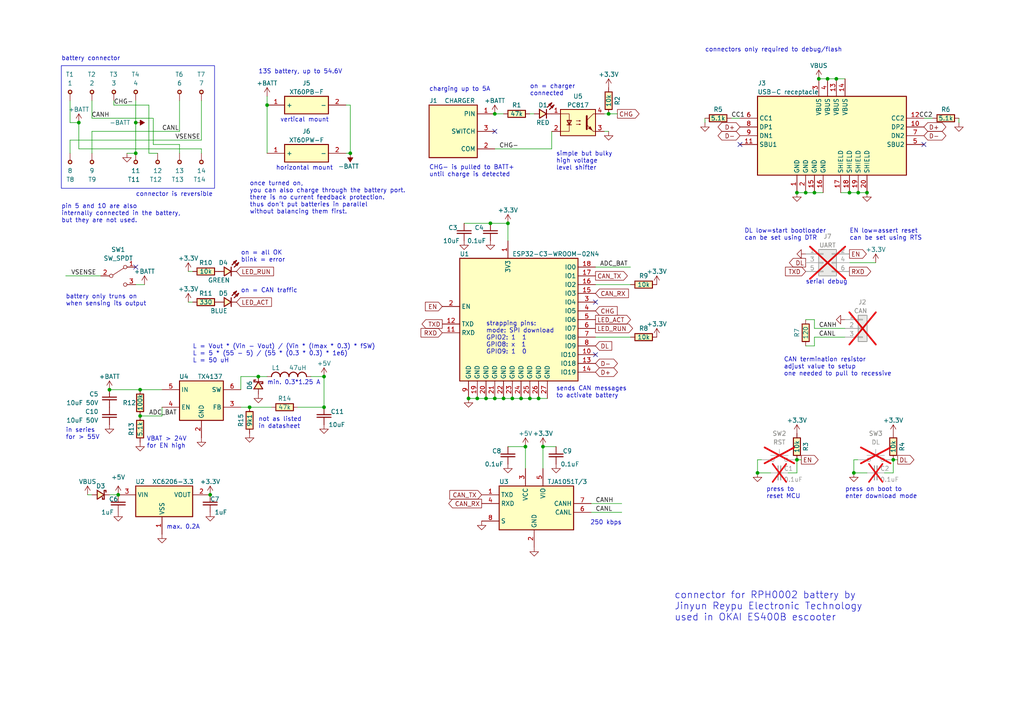
<source format=kicad_sch>
(kicad_sch (version 20230121) (generator eeschema)

  (uuid 43fc3289-82a7-492c-a423-3030e10115dc)

  (paper "A4")

  (title_block
    (title "RPH0002 connector")
    (date "$date$")
    (rev "$version$.$revision$")
    (company "CuVoodoo")
    (comment 1 "King Kévin")
    (comment 2 "CERN-OHL-S")
  )

  

  (junction (at 22.86 35.56) (diameter 0) (color 0 0 0 0)
    (uuid 01948633-9ff4-41da-a7fa-5e02d84b6a29)
  )
  (junction (at 101.6 44.45) (diameter 0) (color 0 0 0 0)
    (uuid 1bf482fe-78a4-4d91-b312-576c16705475)
  )
  (junction (at 236.22 55.88) (diameter 0) (color 0 0 0 0)
    (uuid 1ef2b021-7419-4939-b1c9-035f6defb9f8)
  )
  (junction (at 72.39 118.11) (diameter 0) (color 0 0 0 0)
    (uuid 1fb2de1f-7b62-4fb1-9266-fe47b972e667)
  )
  (junction (at 77.47 30.48) (diameter 0) (color 0 0 0 0)
    (uuid 2bbdbcce-f950-4a75-a806-4a577cb064f1)
  )
  (junction (at 176.53 33.02) (diameter 0) (color 0 0 0 0)
    (uuid 32b83200-c45c-4f4b-97b8-dcdf522e056b)
  )
  (junction (at 140.97 115.57) (diameter 0) (color 0 0 0 0)
    (uuid 385d9322-c556-439a-8a37-c043e8e4fd8d)
  )
  (junction (at 242.57 22.86) (diameter 0) (color 0 0 0 0)
    (uuid 388fa72f-cd7b-4731-a92f-7155d1eb869c)
  )
  (junction (at 233.68 55.88) (diameter 0) (color 0 0 0 0)
    (uuid 3c756fb3-abc0-4f25-94ca-6f11fe5a06b2)
  )
  (junction (at 143.51 33.02) (diameter 0) (color 0 0 0 0)
    (uuid 454ec1cf-f4ad-42ef-a758-c8dc8b09e941)
  )
  (junction (at 151.13 115.57) (diameter 0) (color 0 0 0 0)
    (uuid 4ea8efc9-ed38-457a-b7e0-eac051fe921b)
  )
  (junction (at 251.46 55.88) (diameter 0) (color 0 0 0 0)
    (uuid 5535a2e0-90ea-4b0b-911a-ab242d0f5cf5)
  )
  (junction (at 148.59 115.57) (diameter 0) (color 0 0 0 0)
    (uuid 677b8008-ba00-41fa-b3c4-b7f302f5b915)
  )
  (junction (at 153.67 115.57) (diameter 0) (color 0 0 0 0)
    (uuid 6bb1d3b9-6dfd-46be-8585-35375a7390f1)
  )
  (junction (at 34.29 143.51) (diameter 0) (color 0 0 0 0)
    (uuid 6d2c1b29-a624-4b95-bb74-0f73d0e49d04)
  )
  (junction (at 156.21 115.57) (diameter 0) (color 0 0 0 0)
    (uuid 6f047830-ef04-4537-b87e-f410b01cda38)
  )
  (junction (at 40.64 120.65) (diameter 0) (color 0 0 0 0)
    (uuid 73bf19da-7f08-4943-9320-64516d3fb1e2)
  )
  (junction (at 39.37 35.56) (diameter 0) (color 0 0 0 0)
    (uuid 74888226-3703-443d-84e2-e0d629970284)
  )
  (junction (at 240.03 22.86) (diameter 0) (color 0 0 0 0)
    (uuid 74e39201-0205-4221-9074-3ae38c3c3fe6)
  )
  (junction (at 138.43 115.57) (diameter 0) (color 0 0 0 0)
    (uuid 76c9098c-c355-4127-9cf1-4bd2d1531a12)
  )
  (junction (at 143.51 115.57) (diameter 0) (color 0 0 0 0)
    (uuid 7ba2100f-b3d7-4bec-a5a8-fec199c22f8e)
  )
  (junction (at 147.32 64.77) (diameter 0) (color 0 0 0 0)
    (uuid 812cbc1f-97d6-4b21-b810-1a15fb5e181d)
  )
  (junction (at 219.71 137.16) (diameter 0) (color 0 0 0 0)
    (uuid 854bade5-70fc-43d4-bfd5-3c772af1e52a)
  )
  (junction (at 60.96 143.51) (diameter 0) (color 0 0 0 0)
    (uuid 8ab19f6b-1f46-4ffc-b3b0-7bf88677d3ca)
  )
  (junction (at 39.37 44.45) (diameter 0) (color 0 0 0 0)
    (uuid 947873e5-90c4-4fee-b27c-d264a3ee640a)
  )
  (junction (at 74.93 109.22) (diameter 0) (color 0 0 0 0)
    (uuid aa1e3c27-223d-4e03-8f04-1891bde8833a)
  )
  (junction (at 40.64 113.03) (diameter 0) (color 0 0 0 0)
    (uuid ace7527b-28d5-489d-bc87-9ae074a4884b)
  )
  (junction (at 135.89 115.57) (diameter 0) (color 0 0 0 0)
    (uuid ae92b58f-8144-4ba7-ae91-242b8365b474)
  )
  (junction (at 246.38 55.88) (diameter 0) (color 0 0 0 0)
    (uuid b21de83f-6fc0-4acb-9915-ba48fe6d50b4)
  )
  (junction (at 146.05 115.57) (diameter 0) (color 0 0 0 0)
    (uuid b226e35e-88f6-410b-a508-cd59474cf40f)
  )
  (junction (at 157.48 129.54) (diameter 0) (color 0 0 0 0)
    (uuid b3f2b367-e0c4-4528-a4bd-0a1c927aa3f1)
  )
  (junction (at 247.65 137.16) (diameter 0) (color 0 0 0 0)
    (uuid b476c150-0c09-4b9e-8336-3153d0ddf77f)
  )
  (junction (at 93.98 109.22) (diameter 0) (color 0 0 0 0)
    (uuid bdde0342-95e0-46e7-8546-3cc05aa58804)
  )
  (junction (at 248.92 55.88) (diameter 0) (color 0 0 0 0)
    (uuid c8ee39f9-6051-4bbf-9c93-6e2e71dc447e)
  )
  (junction (at 142.24 64.77) (diameter 0) (color 0 0 0 0)
    (uuid cf469585-854c-4c23-a9fc-378d383345be)
  )
  (junction (at 237.49 22.86) (diameter 0) (color 0 0 0 0)
    (uuid d396ae02-2158-496c-9113-861f276f6fde)
  )
  (junction (at 259.08 133.35) (diameter 0) (color 0 0 0 0)
    (uuid e0c0106f-d6a3-402b-9802-834f2b9265b5)
  )
  (junction (at 231.14 55.88) (diameter 0) (color 0 0 0 0)
    (uuid e604076e-8d74-4227-8610-3f7d22721b03)
  )
  (junction (at 31.75 113.03) (diameter 0) (color 0 0 0 0)
    (uuid efd237a5-66df-431e-892d-484c8828ab61)
  )
  (junction (at 152.4 129.54) (diameter 0) (color 0 0 0 0)
    (uuid f28fcaa5-fe7b-455f-b987-784645e0c313)
  )
  (junction (at 231.14 133.35) (diameter 0) (color 0 0 0 0)
    (uuid f5856b72-3d17-405c-94cf-e563c9d75fbd)
  )
  (junction (at 93.98 118.11) (diameter 0) (color 0 0 0 0)
    (uuid faaec075-9d8a-4dab-a299-9f5e72f7edc7)
  )

  (no_connect (at 267.97 41.91) (uuid 0d046faf-349e-46fb-90fe-ffb941794e16))
  (no_connect (at 214.63 41.91) (uuid 95a94f02-90df-462a-90fc-34ba9d198368))
  (no_connect (at 39.37 77.47) (uuid c504f471-0d27-4c31-b3de-f3f763d025ce))
  (no_connect (at 172.72 102.87) (uuid cc3c3c62-692a-4d6a-8f78-bbc90bdf2a05))
  (no_connect (at 143.51 38.1) (uuid d1e2acb0-f39c-4f16-9ebf-4a6aca7404c6))
  (no_connect (at 172.72 87.63) (uuid e94d5e2f-e245-4358-b499-2cf05c2fc9f7))

  (wire (pts (xy 171.45 146.05) (xy 180.34 146.05))
    (stroke (width 0) (type default))
    (uuid 00523b1a-315b-49af-a980-647ae71b2236)
  )
  (wire (pts (xy 231.14 55.88) (xy 233.68 55.88))
    (stroke (width 0) (type default))
    (uuid 015e0a97-3030-4bf9-83f6-add7267f60c3)
  )
  (wire (pts (xy 172.72 97.79) (xy 182.88 97.79))
    (stroke (width 0) (type default))
    (uuid 0897827f-b7e7-4771-934a-735b32c4f26e)
  )
  (wire (pts (xy 33.02 29.21) (xy 33.02 30.48))
    (stroke (width 0) (type default))
    (uuid 0b03ed15-ca09-414f-9481-ab5c45094e3b)
  )
  (wire (pts (xy 33.02 30.48) (xy 43.18 30.48))
    (stroke (width 0) (type default))
    (uuid 0b3d4f88-b1c0-42c8-b84c-0078e2aac78d)
  )
  (wire (pts (xy 72.39 118.11) (xy 69.85 118.11))
    (stroke (width 0) (type default))
    (uuid 0bed6418-1bda-43c7-a804-9823beca34bc)
  )
  (wire (pts (xy 156.21 115.57) (xy 158.75 115.57))
    (stroke (width 0) (type default))
    (uuid 10125170-e041-4d89-be21-c8929b9f8d30)
  )
  (wire (pts (xy 259.08 137.16) (xy 256.54 137.16))
    (stroke (width 0) (type default))
    (uuid 13c87bcd-2626-49b3-b693-bb2f5a7289a2)
  )
  (wire (pts (xy 260.35 133.35) (xy 259.08 133.35))
    (stroke (width 0) (type default))
    (uuid 14809b56-6921-4b1c-bc02-d2cd6f0bedda)
  )
  (wire (pts (xy 25.4 143.51) (xy 26.67 143.51))
    (stroke (width 0) (type default))
    (uuid 1b4171b4-5ce6-41ca-95d7-a4fbe37573bd)
  )
  (wire (pts (xy 246.38 55.88) (xy 248.92 55.88))
    (stroke (width 0) (type default))
    (uuid 1b4b03a6-5b50-4fff-8824-84f4395581bf)
  )
  (wire (pts (xy 58.42 29.21) (xy 58.42 40.64))
    (stroke (width 0) (type default))
    (uuid 1d1a2342-0e45-4455-b3ed-0f2886a943e0)
  )
  (wire (pts (xy 26.67 29.21) (xy 26.67 34.29))
    (stroke (width 0) (type default))
    (uuid 200df683-e0a1-4e4d-ae5a-6dd0c029d60f)
  )
  (wire (pts (xy 148.59 115.57) (xy 151.13 115.57))
    (stroke (width 0) (type default))
    (uuid 2128f793-f5d8-40ad-a94b-6b90d82f482e)
  )
  (wire (pts (xy 236.22 95.25) (xy 236.22 92.71))
    (stroke (width 0) (type default))
    (uuid 25410d96-9bb3-4a84-8803-5a43c1cd0e85)
  )
  (wire (pts (xy 172.72 77.47) (xy 182.88 77.47))
    (stroke (width 0) (type default))
    (uuid 28c5856e-8898-42b6-9056-f535de9e7cb4)
  )
  (wire (pts (xy 204.47 35.56) (xy 204.47 34.29))
    (stroke (width 0) (type default))
    (uuid 2a71566e-42ff-4cd7-95e9-ca5bc47096ee)
  )
  (wire (pts (xy 69.85 113.03) (xy 69.85 109.22))
    (stroke (width 0) (type default))
    (uuid 2b849b1c-a831-414b-a1b3-52637e26c2cc)
  )
  (wire (pts (xy 236.22 95.25) (xy 245.11 95.25))
    (stroke (width 0) (type default))
    (uuid 2ce38392-999e-437d-bb0c-2ba6f132ca8a)
  )
  (wire (pts (xy 101.6 30.48) (xy 100.33 30.48))
    (stroke (width 0) (type default))
    (uuid 2d65cefe-54ad-410b-90ed-378c877ec616)
  )
  (wire (pts (xy 43.18 30.48) (xy 43.18 44.45))
    (stroke (width 0) (type default))
    (uuid 2e3c9d4c-b299-45c7-98d6-6721b8b53573)
  )
  (wire (pts (xy 93.98 109.22) (xy 90.17 109.22))
    (stroke (width 0) (type default))
    (uuid 2f1fd0c0-90c0-4dda-9b08-76b56293c16f)
  )
  (wire (pts (xy 247.65 137.16) (xy 251.46 137.16))
    (stroke (width 0) (type default))
    (uuid 31837d06-f912-478d-b0be-2a01c313506f)
  )
  (wire (pts (xy 26.67 38.1) (xy 26.67 44.45))
    (stroke (width 0) (type default))
    (uuid 35fb2ae5-7d61-400b-b045-bb0b4c626729)
  )
  (wire (pts (xy 160.02 38.1) (xy 160.02 43.18))
    (stroke (width 0) (type default))
    (uuid 37224b37-a027-4a70-b138-7fce81e35f05)
  )
  (wire (pts (xy 39.37 29.21) (xy 39.37 35.56))
    (stroke (width 0) (type default))
    (uuid 377f9278-ca72-4774-a318-e41e9680c30c)
  )
  (wire (pts (xy 54.61 87.63) (xy 55.88 87.63))
    (stroke (width 0) (type default))
    (uuid 395c114f-1d2c-46f2-9883-99238bb58067)
  )
  (wire (pts (xy 219.71 133.35) (xy 219.71 137.16))
    (stroke (width 0) (type default))
    (uuid 3b0f4835-e941-4bde-9501-eb23a21f1bd1)
  )
  (wire (pts (xy 140.97 115.57) (xy 143.51 115.57))
    (stroke (width 0) (type default))
    (uuid 3cf1d986-74eb-4cf1-b41a-b36eda03471b)
  )
  (wire (pts (xy 86.36 118.11) (xy 93.98 118.11))
    (stroke (width 0) (type default))
    (uuid 40903206-95d0-4409-b875-e7f8b488759a)
  )
  (wire (pts (xy 154.94 33.02) (xy 153.67 33.02))
    (stroke (width 0) (type default))
    (uuid 4bb9b625-1645-4240-8806-db7c8bc2c16a)
  )
  (wire (pts (xy 236.22 92.71) (xy 233.68 92.71))
    (stroke (width 0) (type default))
    (uuid 55facf09-f32a-406b-b6a0-22ad4648d5e7)
  )
  (wire (pts (xy 69.85 109.22) (xy 74.93 109.22))
    (stroke (width 0) (type default))
    (uuid 5deddd22-bdb2-476b-a759-5b42b8e77327)
  )
  (wire (pts (xy 39.37 35.56) (xy 39.37 44.45))
    (stroke (width 0) (type default))
    (uuid 5f589856-eec0-4bb2-88a7-f5dfd415cb93)
  )
  (wire (pts (xy 232.41 133.35) (xy 231.14 133.35))
    (stroke (width 0) (type default))
    (uuid 66f1bf6f-868f-494f-a707-dbc0680a5a0f)
  )
  (wire (pts (xy 236.22 55.88) (xy 238.76 55.88))
    (stroke (width 0) (type default))
    (uuid 68f6a0c3-0f14-4892-8303-70a06b423376)
  )
  (wire (pts (xy 233.68 55.88) (xy 236.22 55.88))
    (stroke (width 0) (type default))
    (uuid 6a650b29-1b65-4367-8b29-d868568e19b8)
  )
  (wire (pts (xy 44.45 41.91) (xy 52.07 41.91))
    (stroke (width 0) (type default))
    (uuid 6bc314bd-7956-4bf2-9d01-18bd680d4d76)
  )
  (wire (pts (xy 237.49 22.86) (xy 240.03 22.86))
    (stroke (width 0) (type default))
    (uuid 6cc907c9-06c9-444c-97a8-b51e55830643)
  )
  (wire (pts (xy 52.07 38.1) (xy 26.67 38.1))
    (stroke (width 0) (type default))
    (uuid 6d35137d-3f2b-4484-a793-ef8c7db249b4)
  )
  (wire (pts (xy 254 76.2) (xy 246.38 76.2))
    (stroke (width 0) (type default))
    (uuid 6d61fe94-eb20-4fb6-8616-1dd92e8bdaaf)
  )
  (wire (pts (xy 101.6 44.45) (xy 100.33 44.45))
    (stroke (width 0) (type default))
    (uuid 6d700b18-ffc2-4101-8e90-cafb5272e661)
  )
  (wire (pts (xy 40.64 120.65) (xy 46.99 120.65))
    (stroke (width 0) (type default))
    (uuid 6f29db6e-e0da-47a9-9b86-4f488cd50560)
  )
  (wire (pts (xy 46.99 118.11) (xy 46.99 120.65))
    (stroke (width 0) (type default))
    (uuid 71fbcdc6-7b76-4304-a5d6-0568f7e7c2ff)
  )
  (wire (pts (xy 247.65 133.35) (xy 247.65 137.16))
    (stroke (width 0) (type default))
    (uuid 73ae2f38-3bc7-4ac7-9d0e-fcd7d6dfd9e0)
  )
  (wire (pts (xy 240.03 22.86) (xy 242.57 22.86))
    (stroke (width 0) (type default))
    (uuid 7581c8d7-d288-4f6b-bc69-44e66d8ac0c3)
  )
  (wire (pts (xy 19.05 80.01) (xy 29.21 80.01))
    (stroke (width 0) (type default))
    (uuid 75da6562-13ff-4110-b926-b2fb5662d3c1)
  )
  (wire (pts (xy 176.53 33.02) (xy 175.26 33.02))
    (stroke (width 0) (type default))
    (uuid 762fb7a7-dbd9-44bf-83f0-04de3ad81ada)
  )
  (wire (pts (xy 176.53 38.1) (xy 175.26 38.1))
    (stroke (width 0) (type default))
    (uuid 7740e936-2b56-4e1b-9369-7633602c86e0)
  )
  (wire (pts (xy 176.53 33.02) (xy 179.07 33.02))
    (stroke (width 0) (type default))
    (uuid 78ab0c95-0fcf-4d15-b466-9f59116b9e37)
  )
  (wire (pts (xy 236.22 100.33) (xy 233.68 100.33))
    (stroke (width 0) (type default))
    (uuid 794d1be9-81bf-4811-a62b-b2f0c3ba2f83)
  )
  (wire (pts (xy 143.51 115.57) (xy 146.05 115.57))
    (stroke (width 0) (type default))
    (uuid 7d7696ce-0d50-46df-b8c3-5dc8428338b8)
  )
  (wire (pts (xy 236.22 97.79) (xy 236.22 100.33))
    (stroke (width 0) (type default))
    (uuid 7f3bdfee-91c2-48f2-bf2f-db15e8b58d5d)
  )
  (wire (pts (xy 138.43 115.57) (xy 140.97 115.57))
    (stroke (width 0) (type default))
    (uuid 8068cc94-41d1-4816-b698-0dc813b44440)
  )
  (wire (pts (xy 134.62 64.77) (xy 142.24 64.77))
    (stroke (width 0) (type default))
    (uuid 809cf0a1-ce86-4a10-bc89-1c6f796e2a58)
  )
  (wire (pts (xy 52.07 29.21) (xy 52.07 38.1))
    (stroke (width 0) (type default))
    (uuid 827ec3f1-4cbf-4e45-be6e-cfff3d93c783)
  )
  (wire (pts (xy 72.39 118.11) (xy 78.74 118.11))
    (stroke (width 0) (type default))
    (uuid 84da7b6a-ed91-448a-baa7-7a7a58498f5b)
  )
  (wire (pts (xy 20.32 35.56) (xy 22.86 35.56))
    (stroke (width 0) (type default))
    (uuid 8691c017-b574-44c7-92ab-a5f75ebfa82f)
  )
  (wire (pts (xy 22.86 43.18) (xy 58.42 43.18))
    (stroke (width 0) (type default))
    (uuid 8b0a40e5-2b42-44e1-9adf-bfa96f5228cb)
  )
  (wire (pts (xy 31.75 143.51) (xy 34.29 143.51))
    (stroke (width 0) (type default))
    (uuid 8bc23384-9008-48ab-9018-704a6d6e5661)
  )
  (wire (pts (xy 77.47 30.48) (xy 77.47 44.45))
    (stroke (width 0) (type default))
    (uuid 8ecd6e43-29c4-408d-8ef8-933d84670e6c)
  )
  (wire (pts (xy 231.14 133.35) (xy 231.14 137.16))
    (stroke (width 0) (type default))
    (uuid 8f4245dd-770b-48e4-a7fc-03995d1971e9)
  )
  (wire (pts (xy 58.42 43.18) (xy 58.42 44.45))
    (stroke (width 0) (type default))
    (uuid 93c5672d-9999-45ee-a5d2-da447d6f72ec)
  )
  (wire (pts (xy 77.47 27.94) (xy 77.47 30.48))
    (stroke (width 0) (type default))
    (uuid 957512ec-46fb-40d6-a66a-9722115261b7)
  )
  (wire (pts (xy 93.98 109.22) (xy 93.98 118.11))
    (stroke (width 0) (type default))
    (uuid 96494098-31e6-4417-b6ef-3ab6f43cd5a3)
  )
  (wire (pts (xy 270.51 34.29) (xy 267.97 34.29))
    (stroke (width 0) (type default))
    (uuid 983098a5-4fe3-46c9-a4e2-f9d1bb0d0ef5)
  )
  (wire (pts (xy 278.13 35.56) (xy 278.13 34.29))
    (stroke (width 0) (type default))
    (uuid 999b2a6e-a4c5-4c4a-9582-426d891cb79b)
  )
  (wire (pts (xy 26.67 34.29) (xy 44.45 34.29))
    (stroke (width 0) (type default))
    (uuid 9b908743-e514-4843-8bf7-d2fa9adfcf0e)
  )
  (wire (pts (xy 212.09 34.29) (xy 214.63 34.29))
    (stroke (width 0) (type default))
    (uuid a0311311-bd70-4582-87ba-09811ae6dd6c)
  )
  (wire (pts (xy 36.83 44.45) (xy 39.37 44.45))
    (stroke (width 0) (type default))
    (uuid a29a4193-9a05-4bcb-9987-00ebee612001)
  )
  (wire (pts (xy 157.48 129.54) (xy 161.29 129.54))
    (stroke (width 0) (type default))
    (uuid a460c5b4-d625-4ca8-8099-42f89c9cb273)
  )
  (wire (pts (xy 135.89 115.57) (xy 138.43 115.57))
    (stroke (width 0) (type default))
    (uuid a619267e-4025-4aa1-ac75-b05be472d686)
  )
  (wire (pts (xy 41.91 82.55) (xy 39.37 82.55))
    (stroke (width 0) (type default))
    (uuid a77992a6-678d-44fe-a235-62fd4959216e)
  )
  (wire (pts (xy 147.32 64.77) (xy 147.32 69.85))
    (stroke (width 0) (type default))
    (uuid a904e858-c0b9-499e-8edb-c0e3cc8416ca)
  )
  (wire (pts (xy 31.75 113.03) (xy 40.64 113.03))
    (stroke (width 0) (type default))
    (uuid add0c82e-9e3c-40b7-bcca-d5a5b072b8ac)
  )
  (wire (pts (xy 171.45 148.59) (xy 180.34 148.59))
    (stroke (width 0) (type default))
    (uuid b0d1143e-066b-4c36-9d7d-0fbdb5bc4712)
  )
  (wire (pts (xy 40.64 113.03) (xy 46.99 113.03))
    (stroke (width 0) (type default))
    (uuid b4a2e184-596b-4549-a5fb-f5dee7a1e49c)
  )
  (wire (pts (xy 43.18 44.45) (xy 45.72 44.45))
    (stroke (width 0) (type default))
    (uuid b97b6dac-6a1b-4e33-86ae-4a67a2146cd5)
  )
  (wire (pts (xy 242.57 22.86) (xy 245.11 22.86))
    (stroke (width 0) (type default))
    (uuid bc6dec25-c28f-45d7-86b2-9941f6c5a9b4)
  )
  (wire (pts (xy 219.71 137.16) (xy 223.52 137.16))
    (stroke (width 0) (type default))
    (uuid bf0ef13f-2218-4458-bc2f-676704e26978)
  )
  (wire (pts (xy 152.4 129.54) (xy 152.4 135.89))
    (stroke (width 0) (type default))
    (uuid bfcb8ab8-7756-436a-bd14-67669ceb6049)
  )
  (wire (pts (xy 157.48 129.54) (xy 157.48 135.89))
    (stroke (width 0) (type default))
    (uuid c2c0aaa1-f3d0-4059-b5be-93f99db6b200)
  )
  (wire (pts (xy 182.88 82.55) (xy 172.72 82.55))
    (stroke (width 0) (type default))
    (uuid c6bef7b6-d0a6-4f03-bb12-40ab3f006533)
  )
  (wire (pts (xy 52.07 41.91) (xy 52.07 44.45))
    (stroke (width 0) (type default))
    (uuid c887eac5-f840-4099-a7a0-e6592601b10a)
  )
  (wire (pts (xy 147.32 64.77) (xy 142.24 64.77))
    (stroke (width 0) (type default))
    (uuid ce024e81-9f4e-41c7-b8ed-41013c4e5947)
  )
  (wire (pts (xy 44.45 34.29) (xy 44.45 41.91))
    (stroke (width 0) (type default))
    (uuid ce0b1cc4-c1fc-4670-9694-b7b83cede84a)
  )
  (wire (pts (xy 153.67 115.57) (xy 156.21 115.57))
    (stroke (width 0) (type default))
    (uuid ce2cc115-9797-4250-9cee-92abec69372c)
  )
  (wire (pts (xy 101.6 30.48) (xy 101.6 44.45))
    (stroke (width 0) (type default))
    (uuid ce854ad1-1714-4b4b-8dbd-28056b29a091)
  )
  (wire (pts (xy 22.86 43.18) (xy 22.86 35.56))
    (stroke (width 0) (type default))
    (uuid d022f136-f572-4fee-8d2f-85e101914c31)
  )
  (wire (pts (xy 58.42 40.64) (xy 20.32 40.64))
    (stroke (width 0) (type default))
    (uuid d2942f94-4c2c-44d5-8feb-770d4d6727ad)
  )
  (wire (pts (xy 143.51 33.02) (xy 146.05 33.02))
    (stroke (width 0) (type default))
    (uuid d5c77244-d4a7-4374-8833-846ae37285b6)
  )
  (wire (pts (xy 74.93 109.22) (xy 77.47 109.22))
    (stroke (width 0) (type default))
    (uuid d6de694e-c994-4cef-877f-a2d1442981ec)
  )
  (wire (pts (xy 146.05 115.57) (xy 148.59 115.57))
    (stroke (width 0) (type default))
    (uuid e25a4314-68c3-493d-94b5-5e33509ae2ff)
  )
  (wire (pts (xy 231.14 137.16) (xy 228.6 137.16))
    (stroke (width 0) (type default))
    (uuid e34ab543-51e4-41e2-bd46-d907dd8c873e)
  )
  (wire (pts (xy 20.32 29.21) (xy 20.32 35.56))
    (stroke (width 0) (type default))
    (uuid e4594755-2e16-4df0-89a2-a120e8348b42)
  )
  (wire (pts (xy 147.32 129.54) (xy 152.4 129.54))
    (stroke (width 0) (type default))
    (uuid e8a0df31-2bcf-4494-be6d-24da23ba2692)
  )
  (wire (pts (xy 54.61 78.74) (xy 55.88 78.74))
    (stroke (width 0) (type default))
    (uuid e8de901a-7310-4fc5-bb0c-88a5583225d6)
  )
  (wire (pts (xy 20.32 40.64) (xy 20.32 44.45))
    (stroke (width 0) (type default))
    (uuid f057f2a1-5817-4645-81e4-5ba56354bda4)
  )
  (wire (pts (xy 259.08 133.35) (xy 259.08 137.16))
    (stroke (width 0) (type default))
    (uuid f09efc30-b248-46ee-a575-ad55fd4d018f)
  )
  (wire (pts (xy 247.65 133.35) (xy 248.92 133.35))
    (stroke (width 0) (type default))
    (uuid f2ff4239-17c1-408d-88ea-b7ac5895e7b6)
  )
  (wire (pts (xy 219.71 133.35) (xy 220.98 133.35))
    (stroke (width 0) (type default))
    (uuid f4ab7d87-e4d8-49c4-ba82-b5234a69a6c3)
  )
  (wire (pts (xy 151.13 115.57) (xy 153.67 115.57))
    (stroke (width 0) (type default))
    (uuid f58113d0-bb61-453f-9583-7e6c39a693c1)
  )
  (wire (pts (xy 143.51 43.18) (xy 160.02 43.18))
    (stroke (width 0) (type default))
    (uuid f71b7a86-d124-444a-99bc-2c26b4fb5bfb)
  )
  (wire (pts (xy 248.92 55.88) (xy 251.46 55.88))
    (stroke (width 0) (type default))
    (uuid f79ea992-7bc4-4167-91ee-bbefa7d03c0f)
  )
  (wire (pts (xy 243.84 55.88) (xy 246.38 55.88))
    (stroke (width 0) (type default))
    (uuid f8a77133-b952-4ce1-89ae-431b0555289c)
  )
  (wire (pts (xy 236.22 97.79) (xy 245.11 97.79))
    (stroke (width 0) (type default))
    (uuid fc806fe2-59a4-4a8a-a5e1-27984f5c4e8e)
  )

  (rectangle (start 17.78 19.05) (end 62.23 54.61)
    (stroke (width 0) (type default))
    (fill (type none))
    (uuid d18f9616-6eff-48ad-815d-aa6a017597c9)
  )

  (text "connector is reversible" (at 39.37 57.15 0)
    (effects (font (size 1.27 1.27)) (justify left bottom))
    (uuid 0498a3f9-bb72-477a-bb23-526681bd3a70)
  )
  (text "max. 0.2A" (at 48.26 153.67 0)
    (effects (font (size 1.27 1.27)) (justify left bottom))
    (uuid 079b2bf5-322b-4cf2-9b5d-3a404d75dc3e)
  )
  (text "serial debug" (at 233.68 82.55 0)
    (effects (font (size 1.27 1.27)) (justify left bottom))
    (uuid 0dc2f77f-6644-4eba-b581-7b50932947e3)
  )
  (text "horizontal mount" (at 80.01 49.53 0)
    (effects (font (size 1.27 1.27)) (justify left bottom))
    (uuid 1dbdc4ca-0dbc-4f9f-9da5-70c2b2238dab)
  )
  (text "once turned on,\nyou can also charge through the battery port.\nthere is no current feedback protection.\nthus don't put batteries in parallel\nwithout balancing them first."
    (at 72.39 62.23 0)
    (effects (font (size 1.27 1.27)) (justify left bottom))
    (uuid 20541ba3-9518-4a7b-890d-b1782463ae95)
  )
  (text "min. 0.3*1.25 A" (at 77.47 111.76 0)
    (effects (font (size 1.27 1.27)) (justify left bottom))
    (uuid 223320da-266b-4e4d-beca-22ecce64090f)
  )
  (text "L = Vout * (Vin - Vout) / (Vin * (Imax * 0.3) * fSW)\nL = 5 * (55 - 5) / (55 * (0.3 * 0.3) * 1e6)\nL = 50 uH"
    (at 55.88 105.41 0)
    (effects (font (size 1.27 1.27)) (justify left bottom))
    (uuid 33aff535-b417-4917-aec1-4e8ae0533189)
  )
  (text "simple but bulky\nhigh voltage\nlevel shifter" (at 161.29 49.53 0)
    (effects (font (size 1.27 1.27)) (justify left bottom))
    (uuid 3810cecd-d754-4310-9673-1ac7d9cff1d0)
  )
  (text "not as listed\nin datasheet" (at 74.93 124.46 0)
    (effects (font (size 1.27 1.27)) (justify left bottom))
    (uuid 44a9d7a0-dd83-4cbc-a610-e3721a49619a)
  )
  (text "in series\nfor > 55V" (at 19.05 127.635 0)
    (effects (font (size 1.27 1.27)) (justify left bottom))
    (uuid 4b237f41-6353-4682-af73-7c9a61910d79)
  )
  (text "VBAT > 24V\nfor EN high" (at 42.545 130.175 0)
    (effects (font (size 1.27 1.27)) (justify left bottom))
    (uuid 624c5ac8-2add-4228-9717-51f7f76a0f71)
  )
  (text "on = charger\nconnected" (at 153.67 27.94 0)
    (effects (font (size 1.27 1.27)) (justify left bottom))
    (uuid 62d0ad37-fc4a-4f15-95bb-523fd0c8ac8e)
  )
  (text "pin 5 and 10 are also\ninternally connected in the battery,\nbut they are not used."
    (at 17.78 64.77 0)
    (effects (font (size 1.27 1.27)) (justify left bottom))
    (uuid 630e7588-0897-4b5e-af6c-02d625e4b7c5)
  )
  (text "EN low=assert reset\ncan be set using RTS" (at 246.38 69.85 0)
    (effects (font (size 1.27 1.27)) (justify left bottom))
    (uuid 6708e619-4f88-46ad-be3f-69e2ce46daab)
  )
  (text "battery only truns on\nwhen sensing its output" (at 19.05 88.9 0)
    (effects (font (size 1.27 1.27)) (justify left bottom))
    (uuid 6fe51265-9d19-44b7-b79b-553cb2f28910)
  )
  (text "connector for RPH0002 battery by\nJinyun Reypu Electronic Technology\nused in OKAI ES400B escooter"
    (at 195.58 180.34 0)
    (effects (font (size 2 2)) (justify left bottom))
    (uuid 7220d4ef-e9a2-4089-8069-804edf2270c0)
  )
  (text "sends CAN messages\nto activate battery" (at 161.29 115.57 0)
    (effects (font (size 1.27 1.27)) (justify left bottom))
    (uuid 74c10ea3-b393-49fc-b407-446d8552c6bb)
  )
  (text "CHG- is pulled to BATT+\nuntil charge is detected" (at 124.46 51.435 0)
    (effects (font (size 1.27 1.27)) (justify left bottom))
    (uuid 75080645-fc8e-482e-af0e-81bb263e0c1a)
  )
  (text "CAN termination resistor\nadjust value to setup\none needed to pull to recessive"
    (at 227.33 109.22 0)
    (effects (font (size 1.27 1.27)) (justify left bottom))
    (uuid 7c771b30-e633-4cd9-b41e-4121dc9c9f10)
  )
  (text "battery connector" (at 17.78 17.78 0)
    (effects (font (size 1.27 1.27)) (justify left bottom))
    (uuid 8aaaed94-77b8-46d1-8208-7a6aac042851)
  )
  (text "vertical mount" (at 81.28 35.56 0)
    (effects (font (size 1.27 1.27)) (justify left bottom))
    (uuid 92bd3c75-de59-4db2-a93f-878575bc6b3d)
  )
  (text "DL low=start bootloader\ncan be set using DTR" (at 215.9 69.85 0)
    (effects (font (size 1.27 1.27)) (justify left bottom))
    (uuid 965025b6-0608-4479-a878-94abdb9ef7fe)
  )
  (text "charging up to 5A" (at 124.46 26.67 0)
    (effects (font (size 1.27 1.27)) (justify left bottom))
    (uuid a107ce9c-4524-4ff1-bebd-2d383b2e392b)
  )
  (text "250 kbps" (at 180.34 152.4 0)
    (effects (font (size 1.27 1.27)) (justify right bottom))
    (uuid a9321ebe-4124-4fc3-aff4-0ab2ce6d5daa)
  )
  (text "13S battery, up to 54.6V" (at 74.93 21.59 0)
    (effects (font (size 1.27 1.27)) (justify left bottom))
    (uuid c5c93587-33f9-40da-b840-1e7370b74e88)
  )
  (text "strapping pins:\nmode: SPI download\nGPIO2: 1  1\nGPIO8: x  1\nGPIO9: 1  0"
    (at 140.97 102.87 0)
    (effects (font (size 1.27 1.27)) (justify left bottom))
    (uuid c84068a9-bd31-4957-aa1e-f59abdadce36)
  )
  (text "press on boot to\nenter download mode" (at 245.11 144.78 0)
    (effects (font (size 1.27 1.27)) (justify left bottom))
    (uuid cf724f66-5c9a-45f2-8dc8-5faf65fa0146)
  )
  (text "on = all OK\nblink = error" (at 69.85 76.2 0)
    (effects (font (size 1.27 1.27)) (justify left bottom))
    (uuid d4a96ec0-08c0-4258-857d-64ac3fa5886b)
  )
  (text "on = CAN traffic" (at 69.85 85.09 0)
    (effects (font (size 1.27 1.27)) (justify left bottom))
    (uuid d7b5fa13-c3fb-4b3d-87b1-3d815140e3bb)
  )
  (text "connectors only required to debug/flash" (at 204.47 15.24 0)
    (effects (font (size 1.27 1.27)) (justify left bottom))
    (uuid ec0c697b-f733-4a80-83a5-49038d4ac842)
  )
  (text "press to\nreset MCU" (at 222.25 144.78 0)
    (effects (font (size 1.27 1.27)) (justify left bottom))
    (uuid f658273c-9e95-4a78-8f47-abddfb4f48ba)
  )

  (label "CANH" (at 31.75 34.29 180) (fields_autoplaced)
    (effects (font (size 1.27 1.27)) (justify right bottom))
    (uuid 2975828a-0b7d-4e99-9822-2e8073d1bb35)
  )
  (label "VSENSE" (at 27.94 80.01 180) (fields_autoplaced)
    (effects (font (size 1.27 1.27)) (justify right bottom))
    (uuid 2c6e3baf-dd36-4605-aa18-bc7106248fc1)
  )
  (label "CANH" (at 172.72 146.05 0) (fields_autoplaced)
    (effects (font (size 1.27 1.27)) (justify left bottom))
    (uuid 37ecac22-0dad-4725-b9fe-e496c516f74d)
  )
  (label "CANL" (at 237.49 97.79 0) (fields_autoplaced)
    (effects (font (size 1.27 1.27)) (justify left bottom))
    (uuid 38ccebf8-791a-498a-9842-841acf1ef536)
  )
  (label "CANH" (at 237.49 95.25 0) (fields_autoplaced)
    (effects (font (size 1.27 1.27)) (justify left bottom))
    (uuid 4097e032-2e57-49ae-b22f-d4f76f929e0d)
  )
  (label "CHG-" (at 144.78 43.18 0) (fields_autoplaced)
    (effects (font (size 1.27 1.27)) (justify left bottom))
    (uuid 6ba7196f-76cf-4cd1-9f96-11357870138e)
  )
  (label "CANL" (at 46.99 38.1 0) (fields_autoplaced)
    (effects (font (size 1.27 1.27)) (justify left bottom))
    (uuid 830c70b1-d6ea-49c3-aa5e-5a6b3c1f057a)
  )
  (label "CHG-" (at 33.02 30.48 0) (fields_autoplaced)
    (effects (font (size 1.27 1.27)) (justify left bottom))
    (uuid 9332684d-5361-485d-b0eb-8232faca7845)
  )
  (label "VSENSE" (at 50.8 40.64 0) (fields_autoplaced)
    (effects (font (size 1.27 1.27)) (justify left bottom))
    (uuid 9c124762-598b-4031-8fc9-83986c8cc8ce)
  )
  (label "CANL" (at 172.72 148.59 0) (fields_autoplaced)
    (effects (font (size 1.27 1.27)) (justify left bottom))
    (uuid b00cc759-2c95-4a24-ab41-b8e939041b92)
  )
  (label "ADC_BAT" (at 43.18 120.65 0) (fields_autoplaced)
    (effects (font (size 1.27 1.27)) (justify left bottom))
    (uuid b80878f6-8c33-4f14-8926-04ae47992f29)
  )
  (label "CC1" (at 212.09 34.29 0) (fields_autoplaced)
    (effects (font (size 1.27 1.27)) (justify left bottom))
    (uuid bb8e4b28-5ef8-4644-ab59-e7a1d6c55908)
  )
  (label "CC2" (at 270.51 34.29 180) (fields_autoplaced)
    (effects (font (size 1.27 1.27)) (justify right bottom))
    (uuid bee0003d-d9e8-4e2f-8064-b4d45f91029a)
  )
  (label "ADC_BAT" (at 173.99 77.47 0) (fields_autoplaced)
    (effects (font (size 1.27 1.27)) (justify left bottom))
    (uuid c5a34cff-553f-42f5-9156-2cf9a266c745)
  )

  (global_label "DL" (shape output) (at 233.68 76.2 180) (fields_autoplaced)
    (effects (font (size 1.27 1.27)) (justify right))
    (uuid 1f6a2415-7790-4a19-92a7-d3bf48b84d48)
    (property "Intersheetrefs" "${INTERSHEET_REFS}" (at 228.4761 76.2 0)
      (effects (font (size 1.27 1.27)) (justify right) hide)
    )
  )
  (global_label "TXD" (shape input) (at 233.68 78.74 180) (fields_autoplaced)
    (effects (font (size 1.27 1.27)) (justify right))
    (uuid 21c55d26-177b-4159-9323-a4f6c458da05)
    (property "Intersheetrefs" "${INTERSHEET_REFS}" (at 227.3271 78.74 0)
      (effects (font (size 1.27 1.27)) (justify right) hide)
    )
  )
  (global_label "CAN_RX" (shape output) (at 139.7 146.05 180) (fields_autoplaced)
    (effects (font (size 1.27 1.27)) (justify right))
    (uuid 2aeff2b1-48cd-4d89-8920-d5f8025a4cd3)
    (property "Intersheetrefs" "${INTERSHEET_REFS}" (at 129.658 146.05 0)
      (effects (font (size 1.27 1.27)) (justify right) hide)
    )
  )
  (global_label "EN" (shape input) (at 128.27 88.9 180) (fields_autoplaced)
    (effects (font (size 1.27 1.27)) (justify right))
    (uuid 305ccd69-8d3e-46d1-9e5c-e7cbb6ad80df)
    (property "Intersheetrefs" "${INTERSHEET_REFS}" (at 122.8847 88.9 0)
      (effects (font (size 1.27 1.27)) (justify right) hide)
    )
  )
  (global_label "D+" (shape bidirectional) (at 172.72 107.95 0) (fields_autoplaced)
    (effects (font (size 1.27 1.27)) (justify left))
    (uuid 422c61ee-77ff-4c1b-86fd-feaa6467fa5d)
    (property "Intersheetrefs" "${INTERSHEET_REFS}" (at 177.9755 107.8706 0)
      (effects (font (size 1.27 1.27)) (justify left) hide)
    )
  )
  (global_label "EN" (shape output) (at 246.38 73.66 0) (fields_autoplaced)
    (effects (font (size 1.27 1.27)) (justify left))
    (uuid 4fc837e7-da3d-4a75-bf56-f3733cefa528)
    (property "Intersheetrefs" "${INTERSHEET_REFS}" (at 251.7653 73.66 0)
      (effects (font (size 1.27 1.27)) (justify left) hide)
    )
  )
  (global_label "D+" (shape bidirectional) (at 214.63 36.83 180) (fields_autoplaced)
    (effects (font (size 1.27 1.27)) (justify right))
    (uuid 52e67f4f-43dc-4146-ab08-41ca05fbe868)
    (property "Intersheetrefs" "${INTERSHEET_REFS}" (at 207.7705 36.83 0)
      (effects (font (size 1.27 1.27)) (justify right) hide)
    )
  )
  (global_label "D+" (shape bidirectional) (at 267.97 36.83 0) (fields_autoplaced)
    (effects (font (size 1.27 1.27)) (justify left))
    (uuid 655bee53-1366-4ce5-bc1d-f98baaded01c)
    (property "Intersheetrefs" "${INTERSHEET_REFS}" (at 273.2255 36.7506 0)
      (effects (font (size 1.27 1.27)) (justify left) hide)
    )
  )
  (global_label "CAN_TX" (shape input) (at 139.7 143.51 180) (fields_autoplaced)
    (effects (font (size 1.27 1.27)) (justify right))
    (uuid 6d511a2c-365a-4bc5-b748-639c7eab4d4c)
    (property "Intersheetrefs" "${INTERSHEET_REFS}" (at 129.9604 143.51 0)
      (effects (font (size 1.27 1.27)) (justify right) hide)
    )
  )
  (global_label "CHG" (shape output) (at 179.07 33.02 0) (fields_autoplaced)
    (effects (font (size 1.27 1.27)) (justify left))
    (uuid 78604da9-b1d0-4ded-bc64-5a7e224501ae)
    (property "Intersheetrefs" "${INTERSHEET_REFS}" (at 185.8463 33.02 0)
      (effects (font (size 1.27 1.27)) (justify left) hide)
    )
  )
  (global_label "D-" (shape bidirectional) (at 214.63 39.37 180) (fields_autoplaced)
    (effects (font (size 1.27 1.27)) (justify right))
    (uuid 7c418aa8-c644-41ec-90e0-8cf1acd5d601)
    (property "Intersheetrefs" "${INTERSHEET_REFS}" (at 207.7705 39.37 0)
      (effects (font (size 1.27 1.27)) (justify right) hide)
    )
  )
  (global_label "RXD" (shape input) (at 128.27 96.52 180) (fields_autoplaced)
    (effects (font (size 1.27 1.27)) (justify right))
    (uuid 85d200b7-17c2-4c52-96cc-9eaa1f47492a)
    (property "Intersheetrefs" "${INTERSHEET_REFS}" (at 121.6147 96.52 0)
      (effects (font (size 1.27 1.27)) (justify right) hide)
    )
  )
  (global_label "EN" (shape output) (at 232.41 133.35 0) (fields_autoplaced)
    (effects (font (size 1.27 1.27)) (justify left))
    (uuid 8df8e19c-303e-4bd2-a663-e31cb55f9502)
    (property "Intersheetrefs" "${INTERSHEET_REFS}" (at 237.7953 133.35 0)
      (effects (font (size 1.27 1.27)) (justify left) hide)
    )
  )
  (global_label "DL" (shape output) (at 260.35 133.35 0) (fields_autoplaced)
    (effects (font (size 1.27 1.27)) (justify left))
    (uuid a433bec6-902c-4683-9c52-da103358c311)
    (property "Intersheetrefs" "${INTERSHEET_REFS}" (at 265.5539 133.35 0)
      (effects (font (size 1.27 1.27)) (justify left) hide)
    )
  )
  (global_label "TXD" (shape output) (at 128.27 93.98 180) (fields_autoplaced)
    (effects (font (size 1.27 1.27)) (justify right))
    (uuid b1b87ff3-0852-403f-9fb0-937c057036ba)
    (property "Intersheetrefs" "${INTERSHEET_REFS}" (at 121.9171 93.98 0)
      (effects (font (size 1.27 1.27)) (justify right) hide)
    )
  )
  (global_label "CHG" (shape input) (at 172.72 90.17 0) (fields_autoplaced)
    (effects (font (size 1.27 1.27)) (justify left))
    (uuid b6915bf1-57fc-43f1-b560-3493b1ea7e29)
    (property "Intersheetrefs" "${INTERSHEET_REFS}" (at 179.4963 90.17 0)
      (effects (font (size 1.27 1.27)) (justify left) hide)
    )
  )
  (global_label "LED_RUN" (shape input) (at 68.58 78.74 0) (fields_autoplaced)
    (effects (font (size 1.27 1.27)) (justify left))
    (uuid bac5e5ac-5a90-4b72-a77d-c2fd00acaadf)
    (property "Intersheetrefs" "${INTERSHEET_REFS}" (at 79.8315 78.74 0)
      (effects (font (size 1.27 1.27)) (justify left) hide)
    )
  )
  (global_label "D-" (shape bidirectional) (at 172.72 105.41 0) (fields_autoplaced)
    (effects (font (size 1.27 1.27)) (justify left))
    (uuid bb8a7cea-80ec-49b7-a26f-d23b5a172510)
    (property "Intersheetrefs" "${INTERSHEET_REFS}" (at 177.9755 105.3306 0)
      (effects (font (size 1.27 1.27)) (justify left) hide)
    )
  )
  (global_label "LED_ACT" (shape output) (at 172.72 92.71 0) (fields_autoplaced)
    (effects (font (size 1.27 1.27)) (justify left))
    (uuid c08356b4-c1d1-4abc-bed9-5591b826c041)
    (property "Intersheetrefs" "${INTERSHEET_REFS}" (at 183.3667 92.71 0)
      (effects (font (size 1.27 1.27)) (justify left) hide)
    )
  )
  (global_label "RXD" (shape output) (at 246.38 78.74 0) (fields_autoplaced)
    (effects (font (size 1.27 1.27)) (justify left))
    (uuid c2b269d2-7573-4f50-9f92-3da5adbb047f)
    (property "Intersheetrefs" "${INTERSHEET_REFS}" (at 253.0353 78.74 0)
      (effects (font (size 1.27 1.27)) (justify left) hide)
    )
  )
  (global_label "DL" (shape input) (at 172.72 100.33 0) (fields_autoplaced)
    (effects (font (size 1.27 1.27)) (justify left))
    (uuid ccc02242-fda9-4e3a-9a79-0b98f17e15aa)
    (property "Intersheetrefs" "${INTERSHEET_REFS}" (at 177.9239 100.33 0)
      (effects (font (size 1.27 1.27)) (justify left) hide)
    )
  )
  (global_label "LED_ACT" (shape input) (at 68.58 87.63 0) (fields_autoplaced)
    (effects (font (size 1.27 1.27)) (justify left))
    (uuid cfa1ed81-67b1-4ba5-bf77-ab43e432ea6c)
    (property "Intersheetrefs" "${INTERSHEET_REFS}" (at 79.2267 87.63 0)
      (effects (font (size 1.27 1.27)) (justify left) hide)
    )
  )
  (global_label "CAN_TX" (shape output) (at 172.72 80.01 0) (fields_autoplaced)
    (effects (font (size 1.27 1.27)) (justify left))
    (uuid d34c9a8d-aa01-4c2e-bbdb-fc6cb3110ab7)
    (property "Intersheetrefs" "${INTERSHEET_REFS}" (at 182.4596 80.01 0)
      (effects (font (size 1.27 1.27)) (justify left) hide)
    )
  )
  (global_label "CAN_RX" (shape input) (at 172.72 85.09 0) (fields_autoplaced)
    (effects (font (size 1.27 1.27)) (justify left))
    (uuid d70d591c-0139-4981-9b31-2b09a54bd851)
    (property "Intersheetrefs" "${INTERSHEET_REFS}" (at 182.762 85.09 0)
      (effects (font (size 1.27 1.27)) (justify left) hide)
    )
  )
  (global_label "D-" (shape bidirectional) (at 267.97 39.37 0) (fields_autoplaced)
    (effects (font (size 1.27 1.27)) (justify left))
    (uuid e00a8857-8c83-4c04-947d-2bba59152a99)
    (property "Intersheetrefs" "${INTERSHEET_REFS}" (at 273.2255 39.2906 0)
      (effects (font (size 1.27 1.27)) (justify left) hide)
    )
  )
  (global_label "LED_RUN" (shape output) (at 172.72 95.25 0) (fields_autoplaced)
    (effects (font (size 1.27 1.27)) (justify left))
    (uuid f19397f5-76f4-4476-b3c6-cfd2a472b73a)
    (property "Intersheetrefs" "${INTERSHEET_REFS}" (at 183.9715 95.25 0)
      (effects (font (size 1.27 1.27)) (justify left) hide)
    )
  )

  (symbol (lib_id "partdb:button/1TS002E-2700-2500-CT") (at 254 133.35 0) (unit 1)
    (in_bom yes) (on_board yes) (dnp yes) (fields_autoplaced)
    (uuid 00376e6c-1847-4a9f-93bb-03282626c500)
    (property "Reference" "SW3" (at 254 125.73 0)
      (effects (font (size 1.27 1.27)))
    )
    (property "Value" "DL" (at 254 128.27 0)
      (effects (font (size 1.27 1.27)))
    )
    (property "Footprint" "qeda:MECHANICAL_1TS002E" (at 254 128.27 0)
      (effects (font (size 1.27 1.27)) hide)
    )
    (property "Datasheet" "~" (at 254 128.27 0)
      (effects (font (size 1.27 1.27)) hide)
    )
    (property "Description" "SMT button SPST" (at 254 133.35 0)
      (effects (font (size 1.27 1.27)) hide)
    )
    (property "qeda_part" "mechanical/smd-button_hyp_1ts002e" (at 254 133.35 0)
      (effects (font (size 1.27 1.27)) hide)
    )
    (property "qeda_variant" "" (at 254 133.35 0)
      (effects (font (size 1.27 1.27)) hide)
    )
    (property "JLCPCB_CORRECTION" "" (at 254 133.35 0)
      (effects (font (size 1.27 1.27)) hide)
    )
    (property "LCSC" "C319367" (at 254 133.35 0)
      (effects (font (size 1.27 1.27)) hide)
    )
    (property "JLCPCB" "" (at 254 133.35 0)
      (effects (font (size 1.27 1.27)) hide)
    )
    (property "DigiKey" "" (at 254 133.35 0)
      (effects (font (size 1.27 1.27)) hide)
    )
    (pin "1" (uuid 30d39bff-9d2e-4a8c-b031-1a3a9c9692bd))
    (pin "2" (uuid ca66fb62-d5e7-4af5-bdfc-7e7cea3c8b48))
    (instances
      (project "RPH0002_connector"
        (path "/43fc3289-82a7-492c-a423-3030e10115dc"
          (reference "SW3") (unit 1)
        )
      )
    )
  )

  (symbol (lib_id "power:GND") (at 74.93 114.3 0) (unit 1)
    (in_bom yes) (on_board yes) (dnp no)
    (uuid 01e049bd-0475-4f14-bb39-01984d44f2ab)
    (property "Reference" "#PWR049" (at 74.93 120.65 0)
      (effects (font (size 1.27 1.27)) hide)
    )
    (property "Value" "GND" (at 74.93 119.38 0)
      (effects (font (size 1.27 1.27)) hide)
    )
    (property "Footprint" "" (at 74.93 114.3 0)
      (effects (font (size 1.27 1.27)) hide)
    )
    (property "Datasheet" "" (at 74.93 114.3 0)
      (effects (font (size 1.27 1.27)) hide)
    )
    (pin "1" (uuid 36d7a554-d872-438e-870b-9b7e64e28602))
    (instances
      (project "RPH0002_connector"
        (path "/43fc3289-82a7-492c-a423-3030e10115dc"
          (reference "#PWR049") (unit 1)
        )
      )
    )
  )

  (symbol (lib_id "partdb:resistor/0603WAF1200T5E") (at 233.68 96.52 90) (unit 1)
    (in_bom yes) (on_board yes) (dnp no)
    (uuid 02452580-ed3a-4c59-b26e-d509e1478500)
    (property "Reference" "R7" (at 231.14 96.52 0)
      (effects (font (size 1.27 1.27)))
    )
    (property "Value" "120" (at 233.68 96.52 0)
      (effects (font (size 1.27 1.27)))
    )
    (property "Footprint" "qeda:UC1608X55N" (at 233.68 96.52 0)
      (effects (font (size 1.27 1.27)) hide)
    )
    (property "Datasheet" "https://datasheet.lcsc.com/lcsc/2206010130_UNI-ROYAL-Uniroyal-Elec-0603WAF1200T5E_C22787.pdf" (at 233.68 96.52 0)
      (effects (font (size 1.27 1.27)) hide)
    )
    (property "Description" "R0603 120 1%" (at 233.68 96.52 0)
      (effects (font (size 1.27 1.27)) hide)
    )
    (property "qeda_part" "resistor/r0603" (at 233.68 96.52 0)
      (effects (font (size 1.27 1.27)) hide)
    )
    (property "qeda_variant" "" (at 233.68 96.52 0)
      (effects (font (size 1.27 1.27)) hide)
    )
    (property "JLCPCB_CORRECTION" "0;0;-90" (at 233.68 96.52 0)
      (effects (font (size 1.27 1.27)) hide)
    )
    (property "LCSC" "C22787" (at 233.68 96.52 0)
      (effects (font (size 1.27 1.27)) hide)
    )
    (property "JLCPCB" "C22787" (at 233.68 96.52 0)
      (effects (font (size 1.27 1.27)) hide)
    )
    (property "DigiKey" "" (at 233.68 96.52 0)
      (effects (font (size 1.27 1.27)) hide)
    )
    (pin "1" (uuid 32a70329-7b95-4c34-8c8f-3d745291af0e))
    (pin "2" (uuid 18812405-890d-411f-aab2-892066abcf46))
    (instances
      (project "RPH0002_connector"
        (path "/43fc3289-82a7-492c-a423-3030e10115dc"
          (reference "R7") (unit 1)
        )
      )
    )
  )

  (symbol (lib_name "resistor/0603WAF1002T5E_1") (lib_id "partdb:resistor/0603WAF1002T5E") (at 59.69 78.74 0) (mirror y) (unit 1)
    (in_bom yes) (on_board yes) (dnp no)
    (uuid 0292fbc6-c0ce-4176-9ffc-62e66c0ec14a)
    (property "Reference" "R10" (at 59.69 76.2 0)
      (effects (font (size 1.27 1.27)))
    )
    (property "Value" "10k" (at 59.69 78.74 0)
      (effects (font (size 1.27 1.27)))
    )
    (property "Footprint" "qeda:UC1608X55N" (at 59.69 78.74 0)
      (effects (font (size 1.27 1.27)) hide)
    )
    (property "Datasheet" "https://datasheet.lcsc.com/lcsc/2206010045_UNI-ROYAL-Uniroyal-Elec-0603WAF1002T5E_C25804.pdf" (at 59.69 78.74 0)
      (effects (font (size 1.27 1.27)) hide)
    )
    (property "qeda_part" "resistor/r0603" (at 59.69 78.74 0)
      (effects (font (size 1.27 1.27)) hide)
    )
    (property "qeda_variant" "" (at 59.69 78.74 0)
      (effects (font (size 1.27 1.27)) hide)
    )
    (property "JLCPCB_CORRECTION" "0;0;-90" (at 59.69 78.74 0)
      (effects (font (size 1.27 1.27)) hide)
    )
    (property "Description" "R0603 10k 1%" (at 59.69 78.74 0)
      (effects (font (size 1.27 1.27)) hide)
    )
    (property "name" "resistor, chip, 1.6x0.8 mm" (at 59.69 78.74 0)
      (effects (font (size 1.27 1.27)) hide)
    )
    (property "LCSC" "C25804" (at 59.69 78.74 0)
      (effects (font (size 1.27 1.27)) hide)
    )
    (property "JLCPCB" "" (at 59.69 78.74 0)
      (effects (font (size 1.27 1.27)) hide)
    )
    (property "DigiKey" "" (at 59.69 78.74 0)
      (effects (font (size 1.27 1.27)) hide)
    )
    (pin "1" (uuid cc7a61cc-946d-4884-8660-a66ceefd221d))
    (pin "2" (uuid b2e97332-f046-4be6-bf33-afa37ab0a533))
    (instances
      (project "RPH0002_connector"
        (path "/43fc3289-82a7-492c-a423-3030e10115dc"
          (reference "R10") (unit 1)
        )
      )
    )
  )

  (symbol (lib_id "power:GND") (at 231.14 55.88 0) (unit 1)
    (in_bom yes) (on_board yes) (dnp no) (fields_autoplaced)
    (uuid 02cae567-55a7-44ff-92b1-baa469990d76)
    (property "Reference" "#PWR023" (at 231.14 62.23 0)
      (effects (font (size 1.27 1.27)) hide)
    )
    (property "Value" "GND" (at 231.14 60.96 0)
      (effects (font (size 1.27 1.27)) hide)
    )
    (property "Footprint" "" (at 231.14 55.88 0)
      (effects (font (size 1.27 1.27)) hide)
    )
    (property "Datasheet" "" (at 231.14 55.88 0)
      (effects (font (size 1.27 1.27)) hide)
    )
    (pin "1" (uuid 0549e49f-19fe-4954-ad63-f017e57ca67b))
    (instances
      (project "RPH0002_connector"
        (path "/43fc3289-82a7-492c-a423-3030e10115dc"
          (reference "#PWR023") (unit 1)
        )
      )
    )
  )

  (symbol (lib_id "partdb:connector/197054001") (at 45.72 46.99 180) (unit 1)
    (in_bom yes) (on_board yes) (dnp no)
    (uuid 02e89edd-057c-43da-a1e8-ae52d3af2347)
    (property "Reference" "T12" (at 46.99 52.07 0)
      (effects (font (size 1.27 1.27)) (justify left))
    )
    (property "Value" "12" (at 45.72 49.53 0)
      (effects (font (size 1.27 1.27)))
    )
    (property "Footprint" "qeda:CONNECTOR_MOLEX_197054001" (at 45.72 46.99 0)
      (effects (font (size 1.27 1.27)) hide)
    )
    (property "Datasheet" "https://www.molex.com/content/dam/molex/molex-dot-com/products/automated/en-us/salesdrawingpdf/197/19705/197054001_sd.pdf" (at 45.72 46.99 0)
      (effects (font (size 1.27 1.27)) hide)
    )
    (property "Description" "PCB tab" (at 45.72 46.99 0)
      (effects (font (size 1.27 1.27)) hide)
    )
    (property "qeda_part" "connector/tab_molex_197054001" (at 45.72 46.99 0)
      (effects (font (size 1.27 1.27)) hide)
    )
    (property "qeda_variant" "" (at 45.72 46.99 0)
      (effects (font (size 1.27 1.27)) hide)
    )
    (property "JLCPCB_CORRECTION" "" (at 45.72 46.99 0)
      (effects (font (size 1.27 1.27)) hide)
    )
    (property "LCSC" "C505008" (at 45.72 46.99 0)
      (effects (font (size 1.27 1.27)) hide)
    )
    (property "JLCPCB" "" (at 45.72 46.99 0)
      (effects (font (size 1.27 1.27)) hide)
    )
    (property "DigiKey" "" (at 45.72 46.99 0)
      (effects (font (size 1.27 1.27)) hide)
    )
    (pin "1" (uuid 70fbfd75-cc5a-4f6f-9dc4-acd3245c0ac2))
    (instances
      (project "RPH0002_connector"
        (path "/43fc3289-82a7-492c-a423-3030e10115dc"
          (reference "T12") (unit 1)
        )
      )
    )
  )

  (symbol (lib_id "partdb:capacitor/CL10A105KB8NNNC") (at 60.96 146.05 270) (mirror x) (unit 1)
    (in_bom yes) (on_board yes) (dnp no)
    (uuid 07f996a5-1fe9-4764-b421-8412af52babc)
    (property "Reference" "C7" (at 60.96 144.78 90)
      (effects (font (size 1.27 1.27)) (justify left))
    )
    (property "Value" "1uF" (at 62.23 148.59 90)
      (effects (font (size 1.27 1.27)) (justify left))
    )
    (property "Footprint" "qeda:CAPC1608X92N" (at 60.96 146.05 0)
      (effects (font (size 1.27 1.27)) hide)
    )
    (property "Datasheet" "https://datasheet.lcsc.com/lcsc/2304140030_Samsung-Electro-Mechanics-CL10A105KB8NNNC_C15849.pdf" (at 60.96 146.05 0)
      (effects (font (size 1.27 1.27)) hide)
    )
    (property "Description" "C0603 1uF 50V" (at 60.96 146.05 0)
      (effects (font (size 1.27 1.27)) hide)
    )
    (property "qeda_part" "capacitor/c0603" (at 60.96 146.05 0)
      (effects (font (size 1.27 1.27)) hide)
    )
    (property "qeda_variant" "" (at 60.96 146.05 0)
      (effects (font (size 1.27 1.27)) hide)
    )
    (property "JLCPCB_CORRECTION" "0;0;-90" (at 60.96 146.05 0)
      (effects (font (size 1.27 1.27)) hide)
    )
    (property "LCSC" "C93187" (at 60.96 146.05 0)
      (effects (font (size 1.27 1.27)) hide)
    )
    (property "JLCPCB" "C15849" (at 60.96 146.05 0)
      (effects (font (size 1.27 1.27)) hide)
    )
    (property "DigiKey" "" (at 60.96 146.05 0)
      (effects (font (size 1.27 1.27)) hide)
    )
    (pin "1" (uuid a8774f61-6b67-40cc-9ce4-af5ef83e3693))
    (pin "2" (uuid f88a0855-ce7a-4e96-87ab-23091e71d4c6))
    (instances
      (project "RPH0002_connector"
        (path "/43fc3289-82a7-492c-a423-3030e10115dc"
          (reference "C7") (unit 1)
        )
      )
    )
  )

  (symbol (lib_id "partdb:connector/DC-005 2.0") (at 124.46 30.48 0) (unit 1)
    (in_bom yes) (on_board yes) (dnp no)
    (uuid 08a6988f-b24d-4ab9-9845-02a0b3cba1bb)
    (property "Reference" "J1" (at 125.73 29.21 0)
      (effects (font (size 1.27 1.27)))
    )
    (property "Value" "CHARGER" (at 133.35 29.21 0)
      (effects (font (size 1.27 1.27)))
    )
    (property "Footprint" "qeda:CONNECTOR_DC-005_2.0" (at 124.46 30.48 0)
      (effects (font (size 1.27 1.27)) hide)
    )
    (property "Datasheet" "" (at 124.46 30.48 0)
      (effects (font (size 1.27 1.27)) hide)
    )
    (property "Description" "DC jack, barrel, 2x6.4mm" (at 124.46 30.48 0)
      (effects (font (size 1.27 1.27)) hide)
    )
    (property "qeda_part" "connector/barrel_dc-005-2.0" (at 124.46 30.48 0)
      (effects (font (size 1.27 1.27)) hide)
    )
    (property "qeda_variant" "" (at 124.46 30.48 0)
      (effects (font (size 1.27 1.27)) hide)
    )
    (property "JLCPCB_CORRECTION" "-3.4;-2.4;180" (at 124.46 30.48 0)
      (effects (font (size 1.27 1.27)) hide)
    )
    (property "LCSC" "C16214" (at 124.46 30.48 0)
      (effects (font (size 1.27 1.27)) hide)
    )
    (property "JLCPCB" "" (at 124.46 30.48 0)
      (effects (font (size 1.27 1.27)) hide)
    )
    (property "DigiKey" "" (at 124.46 30.48 0)
      (effects (font (size 1.27 1.27)) hide)
    )
    (pin "1" (uuid 6a3c520a-9172-431f-b45e-56bda8262d94))
    (pin "2" (uuid 61027e9f-3cca-4c85-b598-00e93d9de51f))
    (pin "3" (uuid 89daee92-0760-431d-95df-89c18a2b0de9))
    (instances
      (project "RPH0002_connector"
        (path "/43fc3289-82a7-492c-a423-3030e10115dc"
          (reference "J1") (unit 1)
        )
      )
    )
  )

  (symbol (lib_id "partdb:resistor/R0603 5.1K 1%") (at 40.64 124.46 90) (unit 1)
    (in_bom yes) (on_board yes) (dnp no)
    (uuid 0de451cf-ceba-4f0f-98fb-22d6cb78930d)
    (property "Reference" "R13" (at 38.1 124.46 0)
      (effects (font (size 1.27 1.27)))
    )
    (property "Value" "5.1k" (at 40.64 124.46 0)
      (effects (font (size 1.27 1.27)))
    )
    (property "Footprint" "qeda:UC1608X55N" (at 40.64 124.46 0)
      (effects (font (size 1.27 1.27)) hide)
    )
    (property "Datasheet" "resistor, chip, 1.6x0.8 mm" (at 40.64 124.46 0)
      (effects (font (size 1.27 1.27)) hide)
    )
    (property "qeda_part" "resistor/r0603" (at 40.64 124.46 0)
      (effects (font (size 1.27 1.27)) hide)
    )
    (property "qeda_variant" "" (at 40.64 124.46 0)
      (effects (font (size 1.27 1.27)) hide)
    )
    (property "JLCPCB_CORRECTION" "0;0;-90" (at 40.64 124.46 0)
      (effects (font (size 1.27 1.27)) hide)
    )
    (property "LCSC" "C23186" (at 40.64 124.46 0)
      (effects (font (size 1.27 1.27)) hide)
    )
    (property "JLCPCB" "" (at 40.64 124.46 0)
      (effects (font (size 1.27 1.27)) hide)
    )
    (property "DigiKey" "" (at 40.64 124.46 0)
      (effects (font (size 1.27 1.27)) hide)
    )
    (property "Description" "5.1k ±1%" (at 40.64 124.46 0)
      (effects (font (size 1.27 1.27)) hide)
    )
    (property "name" "resistor, chip, 1.6x0.8 mm" (at 40.64 124.46 0)
      (effects (font (size 1.27 1.27)) hide)
    )
    (pin "1" (uuid b1730207-028b-4ac0-b4c6-e58bd10aaf20))
    (pin "2" (uuid 5165f1cd-d5bd-45cb-ad3f-fa22def536fb))
    (instances
      (project "RPH0002_connector"
        (path "/43fc3289-82a7-492c-a423-3030e10115dc"
          (reference "R13") (unit 1)
        )
      )
    )
  )

  (symbol (lib_id "partdb:capacitor/CL31A106KBHNNNE") (at 31.75 115.57 90) (unit 1)
    (in_bom yes) (on_board yes) (dnp no) (fields_autoplaced)
    (uuid 12d18fa0-9aa5-4d01-a5f2-a1b7e6560c1c)
    (property "Reference" "C5" (at 28.575 114.3 90)
      (effects (font (size 1.27 1.27)) (justify left))
    )
    (property "Value" "10uF 50V" (at 28.575 116.84 90)
      (effects (font (size 1.27 1.27)) (justify left))
    )
    (property "Footprint" "qeda:CAPC3216X180N" (at 31.75 115.57 0)
      (effects (font (size 1.27 1.27)) hide)
    )
    (property "Datasheet" "https://datasheet.lcsc.com/lcsc/2304140030_Samsung-Electro-Mechanics-CL31A106KBHNNNE_C13585.pdf" (at 31.75 115.57 0)
      (effects (font (size 1.27 1.27)) hide)
    )
    (property "Description" "C1206 10uF 50V" (at 31.75 115.57 0)
      (effects (font (size 1.27 1.27)) hide)
    )
    (property "qeda_part" "capacitor/c1206" (at 31.75 115.57 0)
      (effects (font (size 1.27 1.27)) hide)
    )
    (property "qeda_variant" "" (at 31.75 115.57 0)
      (effects (font (size 1.27 1.27)) hide)
    )
    (property "JLCPCB_CORRECTION" "0;0;-90" (at 31.75 115.57 0)
      (effects (font (size 1.27 1.27)) hide)
    )
    (property "LCSC" "" (at 31.75 115.57 0)
      (effects (font (size 1.27 1.27)) hide)
    )
    (property "JLCPCB" "C13585" (at 31.75 115.57 0)
      (effects (font (size 1.27 1.27)) hide)
    )
    (property "DigiKey" "" (at 31.75 115.57 0)
      (effects (font (size 1.27 1.27)) hide)
    )
    (pin "1" (uuid 5f1abf53-95b8-4ac4-8b4b-2f6eb39c4999))
    (pin "2" (uuid baabcfe5-9f92-4940-bef2-14beac96d579))
    (instances
      (project "RPH0002_connector"
        (path "/43fc3289-82a7-492c-a423-3030e10115dc"
          (reference "C5") (unit 1)
        )
      )
    )
  )

  (symbol (lib_id "partdb:capacitor/CL31A106KBHNNNE") (at 31.75 120.65 90) (unit 1)
    (in_bom yes) (on_board yes) (dnp no) (fields_autoplaced)
    (uuid 15a72e44-818e-4b15-816e-dfc9cc99f9b7)
    (property "Reference" "C10" (at 28.575 119.38 90)
      (effects (font (size 1.27 1.27)) (justify left))
    )
    (property "Value" "10uF 50V" (at 28.575 121.92 90)
      (effects (font (size 1.27 1.27)) (justify left))
    )
    (property "Footprint" "qeda:CAPC3216X180N" (at 31.75 120.65 0)
      (effects (font (size 1.27 1.27)) hide)
    )
    (property "Datasheet" "https://datasheet.lcsc.com/lcsc/2304140030_Samsung-Electro-Mechanics-CL31A106KBHNNNE_C13585.pdf" (at 31.75 120.65 0)
      (effects (font (size 1.27 1.27)) hide)
    )
    (property "Description" "C1206 10uF 50V" (at 31.75 120.65 0)
      (effects (font (size 1.27 1.27)) hide)
    )
    (property "qeda_part" "capacitor/c1206" (at 31.75 120.65 0)
      (effects (font (size 1.27 1.27)) hide)
    )
    (property "qeda_variant" "" (at 31.75 120.65 0)
      (effects (font (size 1.27 1.27)) hide)
    )
    (property "JLCPCB_CORRECTION" "0;0;-90" (at 31.75 120.65 0)
      (effects (font (size 1.27 1.27)) hide)
    )
    (property "LCSC" "" (at 31.75 120.65 0)
      (effects (font (size 1.27 1.27)) hide)
    )
    (property "JLCPCB" "C13585" (at 31.75 120.65 0)
      (effects (font (size 1.27 1.27)) hide)
    )
    (property "DigiKey" "" (at 31.75 120.65 0)
      (effects (font (size 1.27 1.27)) hide)
    )
    (pin "1" (uuid 9e384969-612d-4090-93da-ab88ff32f840))
    (pin "2" (uuid 706ea981-dca2-4521-8d07-77337b7e59a8))
    (instances
      (project "RPH0002_connector"
        (path "/43fc3289-82a7-492c-a423-3030e10115dc"
          (reference "C10") (unit 1)
        )
      )
    )
  )

  (symbol (lib_id "power:+3.3V") (at 157.48 129.54 0) (unit 1)
    (in_bom yes) (on_board yes) (dnp no) (fields_autoplaced)
    (uuid 15eee484-36dd-41bf-9416-903ccf00044a)
    (property "Reference" "#PWR039" (at 157.48 133.35 0)
      (effects (font (size 1.27 1.27)) hide)
    )
    (property "Value" "+3.3V" (at 157.48 125.73 0)
      (effects (font (size 1.27 1.27)))
    )
    (property "Footprint" "" (at 157.48 129.54 0)
      (effects (font (size 1.27 1.27)) hide)
    )
    (property "Datasheet" "" (at 157.48 129.54 0)
      (effects (font (size 1.27 1.27)) hide)
    )
    (pin "1" (uuid 9db635e8-c1a9-4241-8416-2f62494eadb6))
    (instances
      (project "RPH0002_connector"
        (path "/43fc3289-82a7-492c-a423-3030e10115dc"
          (reference "#PWR039") (unit 1)
        )
      )
    )
  )

  (symbol (lib_id "power:+5V") (at 152.4 129.54 0) (unit 1)
    (in_bom yes) (on_board yes) (dnp no)
    (uuid 1c748d22-ff0b-4ce3-8b4e-42c862c336e7)
    (property "Reference" "#PWR041" (at 152.4 133.35 0)
      (effects (font (size 1.27 1.27)) hide)
    )
    (property "Value" "+5V" (at 152.4 125.73 0)
      (effects (font (size 1.27 1.27)))
    )
    (property "Footprint" "" (at 152.4 129.54 0)
      (effects (font (size 1.27 1.27)) hide)
    )
    (property "Datasheet" "" (at 152.4 129.54 0)
      (effects (font (size 1.27 1.27)) hide)
    )
    (pin "1" (uuid 64c1084e-27ab-4397-b7f5-a1d906eb9b20))
    (instances
      (project "RPH0002_connector"
        (path "/43fc3289-82a7-492c-a423-3030e10115dc"
          (reference "#PWR041") (unit 1)
        )
      )
    )
  )

  (symbol (lib_name "resistor/R0603 5.1K 1%_1") (lib_id "partdb:resistor/R0603 5.1K 1%") (at 208.28 34.29 0) (unit 1)
    (in_bom yes) (on_board yes) (dnp no)
    (uuid 1dd9115c-a852-4a95-b5e8-9aa84af0753e)
    (property "Reference" "R5" (at 208.28 31.75 0)
      (effects (font (size 1.27 1.27)))
    )
    (property "Value" "5.1k" (at 208.28 34.29 0)
      (effects (font (size 1.27 1.27)))
    )
    (property "Footprint" "qeda:UC1608X55N" (at 208.28 34.29 0)
      (effects (font (size 1.27 1.27)) hide)
    )
    (property "Datasheet" "resistor, chip, 1.6x0.8 mm" (at 208.28 34.29 0)
      (effects (font (size 1.27 1.27)) hide)
    )
    (property "qeda_part" "resistor/r0603" (at 208.28 34.29 0)
      (effects (font (size 1.27 1.27)) hide)
    )
    (property "qeda_variant" "" (at 208.28 34.29 0)
      (effects (font (size 1.27 1.27)) hide)
    )
    (property "JLCPCB_CORRECTION" "0;0;-90" (at 208.28 34.29 0)
      (effects (font (size 1.27 1.27)) hide)
    )
    (property "LCSC" "C23186" (at 208.28 34.29 0)
      (effects (font (size 1.27 1.27)) hide)
    )
    (property "JLCPCB" "" (at 208.28 34.29 0)
      (effects (font (size 1.27 1.27)) hide)
    )
    (property "DigiKey" "" (at 208.28 34.29 0)
      (effects (font (size 1.27 1.27)) hide)
    )
    (property "Description" "5.1k ±1%" (at 208.28 34.29 0)
      (effects (font (size 1.27 1.27)) hide)
    )
    (property "name" "resistor, chip, 1.6x0.8 mm" (at 208.28 34.29 0)
      (effects (font (size 1.27 1.27)) hide)
    )
    (pin "1" (uuid a42196a6-5a4a-4fcd-b3d9-8e7f87b598cb))
    (pin "2" (uuid 13703a2c-37e4-4ad0-9700-47e151c8f474))
    (instances
      (project "RPH0002_connector"
        (path "/43fc3289-82a7-492c-a423-3030e10115dc"
          (reference "R5") (unit 1)
        )
      )
    )
  )

  (symbol (lib_id "partdb:resistor/0603WAF1003T5E") (at 40.64 116.84 90) (unit 1)
    (in_bom yes) (on_board yes) (dnp no)
    (uuid 1eb99387-3068-4662-98f7-8d95ad774504)
    (property "Reference" "R12" (at 35.56 116.84 90)
      (effects (font (size 1.27 1.27)) (justify right))
    )
    (property "Value" "100k" (at 40.64 114.3 0)
      (effects (font (size 1.27 1.27)) (justify right))
    )
    (property "Footprint" "qeda:UC1608X55N" (at 40.64 116.84 0)
      (effects (font (size 1.27 1.27)) hide)
    )
    (property "Datasheet" "https://datasheet.lcsc.com/lcsc/2206010045_UNI-ROYAL-Uniroyal-Elec-0603WAF1003T5E_C25803.pdf" (at 40.64 116.84 0)
      (effects (font (size 1.27 1.27)) hide)
    )
    (property "Description" "R0603 100k 1%" (at 40.64 116.84 0)
      (effects (font (size 1.27 1.27)) hide)
    )
    (property "qeda_part" "resistor/r0603" (at 40.64 116.84 0)
      (effects (font (size 1.27 1.27)) hide)
    )
    (property "qeda_variant" "" (at 40.64 116.84 0)
      (effects (font (size 1.27 1.27)) hide)
    )
    (property "JLCPCB_CORRECTION" "0;0;-90" (at 40.64 116.84 0)
      (effects (font (size 1.27 1.27)) hide)
    )
    (property "LCSC" "C25803" (at 40.64 116.84 0)
      (effects (font (size 1.27 1.27)) hide)
    )
    (property "JLCPCB" "C25803" (at 40.64 116.84 0)
      (effects (font (size 1.27 1.27)) hide)
    )
    (property "DigiKey" "" (at 40.64 116.84 0)
      (effects (font (size 1.27 1.27)) hide)
    )
    (pin "1" (uuid 7c61b30a-71a7-42db-b552-534456aae9fd))
    (pin "2" (uuid 16ce287a-25a7-4041-b4ad-b5683af659e0))
    (instances
      (project "RPH0002_connector"
        (path "/43fc3289-82a7-492c-a423-3030e10115dc"
          (reference "R12") (unit 1)
        )
      )
    )
  )

  (symbol (lib_id "partdb:connector/197054001") (at 20.32 46.99 180) (unit 1)
    (in_bom yes) (on_board yes) (dnp no)
    (uuid 20bfcea8-604c-4825-b70c-f44644483f37)
    (property "Reference" "T8" (at 21.59 52.07 0)
      (effects (font (size 1.27 1.27)) (justify left))
    )
    (property "Value" "8" (at 20.32 49.53 0)
      (effects (font (size 1.27 1.27)))
    )
    (property "Footprint" "qeda:CONNECTOR_MOLEX_197054001" (at 20.32 46.99 0)
      (effects (font (size 1.27 1.27)) hide)
    )
    (property "Datasheet" "https://www.molex.com/content/dam/molex/molex-dot-com/products/automated/en-us/salesdrawingpdf/197/19705/197054001_sd.pdf" (at 20.32 46.99 0)
      (effects (font (size 1.27 1.27)) hide)
    )
    (property "Description" "PCB tab" (at 20.32 46.99 0)
      (effects (font (size 1.27 1.27)) hide)
    )
    (property "qeda_part" "connector/tab_molex_197054001" (at 20.32 46.99 0)
      (effects (font (size 1.27 1.27)) hide)
    )
    (property "qeda_variant" "" (at 20.32 46.99 0)
      (effects (font (size 1.27 1.27)) hide)
    )
    (property "JLCPCB_CORRECTION" "" (at 20.32 46.99 0)
      (effects (font (size 1.27 1.27)) hide)
    )
    (property "LCSC" "C505008" (at 20.32 46.99 0)
      (effects (font (size 1.27 1.27)) hide)
    )
    (property "JLCPCB" "" (at 20.32 46.99 0)
      (effects (font (size 1.27 1.27)) hide)
    )
    (property "DigiKey" "" (at 20.32 46.99 0)
      (effects (font (size 1.27 1.27)) hide)
    )
    (pin "1" (uuid 93334416-b32d-4f73-8a1d-7ff48d6c1f93))
    (instances
      (project "RPH0002_connector"
        (path "/43fc3289-82a7-492c-a423-3030e10115dc"
          (reference "T8") (unit 1)
        )
      )
    )
  )

  (symbol (lib_name "VCC_1") (lib_id "power:VCC") (at 237.49 22.86 0) (unit 1)
    (in_bom yes) (on_board yes) (dnp no) (fields_autoplaced)
    (uuid 2111507d-0240-416b-9484-449f1e377f91)
    (property "Reference" "#PWR024" (at 237.49 26.67 0)
      (effects (font (size 1.27 1.27)) hide)
    )
    (property "Value" "VBUS" (at 237.49 19.05 0)
      (effects (font (size 1.27 1.27)))
    )
    (property "Footprint" "" (at 237.49 22.86 0)
      (effects (font (size 1.27 1.27)) hide)
    )
    (property "Datasheet" "" (at 237.49 22.86 0)
      (effects (font (size 1.27 1.27)) hide)
    )
    (pin "1" (uuid 19950b53-3fb4-41d5-84b8-863e95f59dc3))
    (instances
      (project "RPH0002_connector"
        (path "/43fc3289-82a7-492c-a423-3030e10115dc"
          (reference "#PWR024") (unit 1)
        )
      )
    )
  )

  (symbol (lib_id "Connector_Generic:Conn_01x03") (at 250.19 95.25 0) (unit 1)
    (in_bom yes) (on_board yes) (dnp yes)
    (uuid 2115a330-35ed-4890-b29e-4d9a9ac84135)
    (property "Reference" "J2" (at 248.92 87.63 0)
      (effects (font (size 1.27 1.27)) (justify left))
    )
    (property "Value" "CAN" (at 247.65 90.17 0)
      (effects (font (size 1.27 1.27)) (justify left))
    )
    (property "Footprint" "qeda:CONNECTOR_HEADER-2.54-1X3" (at 250.19 95.25 0)
      (effects (font (size 1.27 1.27)) hide)
    )
    (property "Datasheet" "~" (at 250.19 95.25 0)
      (effects (font (size 1.27 1.27)) hide)
    )
    (pin "1" (uuid c54bca12-3009-4b00-a3b9-4e60e04d2ab9))
    (pin "2" (uuid 6452a4d8-5cc0-4ab4-9a81-8372c968e572))
    (pin "3" (uuid 1d3748ef-3310-4692-b6ae-c46903aee691))
    (instances
      (project "RPH0002_connector"
        (path "/43fc3289-82a7-492c-a423-3030e10115dc"
          (reference "J2") (unit 1)
        )
      )
    )
  )

  (symbol (lib_id "power:GND") (at 93.98 123.19 0) (unit 1)
    (in_bom yes) (on_board yes) (dnp no) (fields_autoplaced)
    (uuid 21ab1dcc-702b-45ff-b726-3417cbaeacd8)
    (property "Reference" "#PWR051" (at 93.98 129.54 0)
      (effects (font (size 1.27 1.27)) hide)
    )
    (property "Value" "GND" (at 93.98 128.27 0)
      (effects (font (size 1.27 1.27)) hide)
    )
    (property "Footprint" "" (at 93.98 123.19 0)
      (effects (font (size 1.27 1.27)) hide)
    )
    (property "Datasheet" "" (at 93.98 123.19 0)
      (effects (font (size 1.27 1.27)) hide)
    )
    (pin "1" (uuid 9fad9949-2f44-4330-acd2-cf68de6fc932))
    (instances
      (project "RPH0002_connector"
        (path "/43fc3289-82a7-492c-a423-3030e10115dc"
          (reference "#PWR051") (unit 1)
        )
      )
    )
  )

  (symbol (lib_id "partdb:connector/XT60PW-F") (at 82.55 41.91 0) (unit 1)
    (in_bom yes) (on_board yes) (dnp no)
    (uuid 2b21e773-3db8-488d-92ca-f569a99aa7ca)
    (property "Reference" "J6" (at 88.9 38.1 0)
      (effects (font (size 1.27 1.27)))
    )
    (property "Value" "XT60PW-F" (at 88.9 40.64 0)
      (effects (font (size 1.27 1.27)))
    )
    (property "Footprint" "qeda:CONNECTOR_XT60PW" (at 82.55 41.91 0)
      (effects (font (size 1.27 1.27)) hide)
    )
    (property "Datasheet" "" (at 82.55 41.91 0)
      (effects (font (size 1.27 1.27)) hide)
    )
    (property "Description" "battery connector female" (at 82.55 41.91 0)
      (effects (font (size 1.27 1.27)) hide)
    )
    (property "qeda_part" "connector/xt60pw" (at 82.55 41.91 0)
      (effects (font (size 1.27 1.27)) hide)
    )
    (property "qeda_variant" "F" (at 82.55 41.91 0)
      (effects (font (size 1.27 1.27)) hide)
    )
    (property "JLCPCB_CORRECTION" "" (at 82.55 41.91 0)
      (effects (font (size 1.27 1.27)) hide)
    )
    (property "LCSC" "" (at 82.55 41.91 0)
      (effects (font (size 1.27 1.27)) hide)
    )
    (property "JLCPCB" "C428722" (at 82.55 41.91 0)
      (effects (font (size 1.27 1.27)) hide)
    )
    (property "DigiKey" "" (at 82.55 41.91 0)
      (effects (font (size 1.27 1.27)) hide)
    )
    (pin "1" (uuid 7b10adf1-b1cb-4f3b-9a82-c01e812e060a))
    (pin "2" (uuid 6efee852-1159-4ab2-84b9-841c9fdf6725))
    (instances
      (project "RPH0002_connector"
        (path "/43fc3289-82a7-492c-a423-3030e10115dc"
          (reference "J6") (unit 1)
        )
      )
    )
  )

  (symbol (lib_id "power:+3.3V") (at 259.08 125.73 0) (unit 1)
    (in_bom yes) (on_board yes) (dnp no)
    (uuid 2b2f5c4d-7217-46e2-9602-754755df192c)
    (property "Reference" "#PWR018" (at 259.08 129.54 0)
      (effects (font (size 1.27 1.27)) hide)
    )
    (property "Value" "+3.3V" (at 259.08 121.92 0)
      (effects (font (size 1.27 1.27)))
    )
    (property "Footprint" "" (at 259.08 125.73 0)
      (effects (font (size 1.27 1.27)) hide)
    )
    (property "Datasheet" "" (at 259.08 125.73 0)
      (effects (font (size 1.27 1.27)) hide)
    )
    (pin "1" (uuid c4631398-96a1-40b2-a8ed-5aca77463b49))
    (instances
      (project "RPH0002_connector"
        (path "/43fc3289-82a7-492c-a423-3030e10115dc"
          (reference "#PWR018") (unit 1)
        )
      )
    )
  )

  (symbol (lib_id "power:GND") (at 40.64 128.27 0) (unit 1)
    (in_bom yes) (on_board yes) (dnp no)
    (uuid 2bbc0efd-5024-4be5-877d-e5ea1c7e12c4)
    (property "Reference" "#PWR047" (at 40.64 134.62 0)
      (effects (font (size 1.27 1.27)) hide)
    )
    (property "Value" "GND" (at 40.64 133.35 0)
      (effects (font (size 1.27 1.27)) hide)
    )
    (property "Footprint" "" (at 40.64 128.27 0)
      (effects (font (size 1.27 1.27)) hide)
    )
    (property "Datasheet" "" (at 40.64 128.27 0)
      (effects (font (size 1.27 1.27)) hide)
    )
    (pin "1" (uuid 219dd504-d43f-482c-af42-d14112552b03))
    (instances
      (project "RPH0002_connector"
        (path "/43fc3289-82a7-492c-a423-3030e10115dc"
          (reference "#PWR047") (unit 1)
        )
      )
    )
  )

  (symbol (lib_id "power:GND") (at 245.11 92.71 270) (unit 1)
    (in_bom yes) (on_board yes) (dnp no)
    (uuid 2be3a5e8-40d5-47fb-9db5-c66d96cedb18)
    (property "Reference" "#PWR06" (at 238.76 92.71 0)
      (effects (font (size 1.27 1.27)) hide)
    )
    (property "Value" "GND" (at 246.38 95.25 0)
      (effects (font (size 1.27 1.27)) hide)
    )
    (property "Footprint" "" (at 245.11 92.71 0)
      (effects (font (size 1.27 1.27)) hide)
    )
    (property "Datasheet" "" (at 245.11 92.71 0)
      (effects (font (size 1.27 1.27)) hide)
    )
    (pin "1" (uuid 0df52f93-48cb-45a2-b842-0356f85e4d4f))
    (instances
      (project "RPH0002_connector"
        (path "/43fc3289-82a7-492c-a423-3030e10115dc"
          (reference "#PWR06") (unit 1)
        )
      )
    )
  )

  (symbol (lib_id "power:GND") (at 204.47 35.56 0) (unit 1)
    (in_bom yes) (on_board yes) (dnp no) (fields_autoplaced)
    (uuid 3007eca1-1c58-462b-b157-a8c4ac730b78)
    (property "Reference" "#PWR022" (at 204.47 41.91 0)
      (effects (font (size 1.27 1.27)) hide)
    )
    (property "Value" "GND" (at 204.47 40.64 0)
      (effects (font (size 1.27 1.27)) hide)
    )
    (property "Footprint" "" (at 204.47 35.56 0)
      (effects (font (size 1.27 1.27)) hide)
    )
    (property "Datasheet" "" (at 204.47 35.56 0)
      (effects (font (size 1.27 1.27)) hide)
    )
    (pin "1" (uuid 0a781046-6f0c-43f3-9dd1-9d18c25553f2))
    (instances
      (project "RPH0002_connector"
        (path "/43fc3289-82a7-492c-a423-3030e10115dc"
          (reference "#PWR022") (unit 1)
        )
      )
    )
  )

  (symbol (lib_id "partdb:connector/197054001") (at 33.02 26.67 0) (unit 1)
    (in_bom yes) (on_board yes) (dnp no)
    (uuid 31d562b0-98f8-445d-9ae9-d98c2de0a70a)
    (property "Reference" "T3" (at 31.75 21.59 0)
      (effects (font (size 1.27 1.27)) (justify left))
    )
    (property "Value" "3" (at 33.02 24.13 0)
      (effects (font (size 1.27 1.27)))
    )
    (property "Footprint" "qeda:CONNECTOR_MOLEX_197054001" (at 33.02 26.67 0)
      (effects (font (size 1.27 1.27)) hide)
    )
    (property "Datasheet" "https://www.molex.com/content/dam/molex/molex-dot-com/products/automated/en-us/salesdrawingpdf/197/19705/197054001_sd.pdf" (at 33.02 26.67 0)
      (effects (font (size 1.27 1.27)) hide)
    )
    (property "Description" "PCB tab" (at 33.02 26.67 0)
      (effects (font (size 1.27 1.27)) hide)
    )
    (property "qeda_part" "connector/tab_molex_197054001" (at 33.02 26.67 0)
      (effects (font (size 1.27 1.27)) hide)
    )
    (property "qeda_variant" "" (at 33.02 26.67 0)
      (effects (font (size 1.27 1.27)) hide)
    )
    (property "JLCPCB_CORRECTION" "" (at 33.02 26.67 0)
      (effects (font (size 1.27 1.27)) hide)
    )
    (property "LCSC" "C505008" (at 33.02 26.67 0)
      (effects (font (size 1.27 1.27)) hide)
    )
    (property "JLCPCB" "" (at 33.02 26.67 0)
      (effects (font (size 1.27 1.27)) hide)
    )
    (property "DigiKey" "" (at 33.02 26.67 0)
      (effects (font (size 1.27 1.27)) hide)
    )
    (pin "1" (uuid 98b696af-8bcd-4fbf-abab-5f09cf44f64b))
    (instances
      (project "RPH0002_connector"
        (path "/43fc3289-82a7-492c-a423-3030e10115dc"
          (reference "T3") (unit 1)
        )
      )
    )
  )

  (symbol (lib_id "power:GND") (at 247.65 137.16 0) (mirror y) (unit 1)
    (in_bom yes) (on_board yes) (dnp no) (fields_autoplaced)
    (uuid 3495762d-a98d-4903-b614-bb3ec3fd83e5)
    (property "Reference" "#PWR016" (at 247.65 143.51 0)
      (effects (font (size 1.27 1.27)) hide)
    )
    (property "Value" "GND" (at 247.65 142.24 0)
      (effects (font (size 1.27 1.27)) hide)
    )
    (property "Footprint" "" (at 247.65 137.16 0)
      (effects (font (size 1.27 1.27)) hide)
    )
    (property "Datasheet" "" (at 247.65 137.16 0)
      (effects (font (size 1.27 1.27)) hide)
    )
    (pin "1" (uuid 32c3be49-ca3b-4933-bf73-78b205857278))
    (instances
      (project "RPH0002_connector"
        (path "/43fc3289-82a7-492c-a423-3030e10115dc"
          (reference "#PWR016") (unit 1)
        )
      )
    )
  )

  (symbol (lib_id "partdb:transistor/PC817C") (at 167.64 35.56 0) (unit 1)
    (in_bom yes) (on_board yes) (dnp no)
    (uuid 349bcdab-abf3-489a-9ebe-5429d9f889cc)
    (property "Reference" "U5" (at 167.64 27.94 0)
      (effects (font (size 1.27 1.27)))
    )
    (property "Value" "PC817" (at 167.64 30.48 0)
      (effects (font (size 1.27 1.27)))
    )
    (property "Footprint" "qeda:SOP254P1000X350-4N" (at 162.56 40.64 0)
      (effects (font (size 1.27 1.27) italic) (justify left) hide)
    )
    (property "Datasheet" "https://datasheet.lcsc.com/lcsc/2206061700_GOODWORK-PC817C_C3025164.pdf" (at 167.64 35.56 0)
      (effects (font (size 1.27 1.27)) (justify left) hide)
    )
    (property "Description" "optocoupler SMD" (at 167.64 35.56 0)
      (effects (font (size 1.27 1.27)) hide)
    )
    (property "qeda_part" "transistor/optocoupler_pc817" (at 167.64 35.56 0)
      (effects (font (size 1.27 1.27)) hide)
    )
    (property "qeda_variant" "smd" (at 167.64 35.56 0)
      (effects (font (size 1.27 1.27)) hide)
    )
    (property "JLCPCB_CORRECTION" "" (at 167.64 35.56 0)
      (effects (font (size 1.27 1.27)) hide)
    )
    (property "LCSC" "C3025164" (at 167.64 35.56 0)
      (effects (font (size 1.27 1.27)) hide)
    )
    (property "JLCPCB" "" (at 167.64 35.56 0)
      (effects (font (size 1.27 1.27)) hide)
    )
    (property "DigiKey" "" (at 167.64 35.56 0)
      (effects (font (size 1.27 1.27)) hide)
    )
    (pin "1" (uuid 7295c711-b9d4-4c7c-ba85-d8d0239026ea))
    (pin "2" (uuid 4f361777-56d9-4d3e-a28a-134618ba88fb))
    (pin "3" (uuid d897aaea-0a3d-4b87-87ae-f1f25424380a))
    (pin "4" (uuid 6e822912-b4b0-4955-996c-10e5afdc417f))
    (instances
      (project "RPH0002_connector"
        (path "/43fc3289-82a7-492c-a423-3030e10115dc"
          (reference "U5") (unit 1)
        )
      )
    )
  )

  (symbol (lib_id "partdb:capacitor/C0603 10uF") (at 134.62 67.31 90) (unit 1)
    (in_bom yes) (on_board yes) (dnp no)
    (uuid 35ca9ed1-0092-4872-9c9f-9a64cbf8073b)
    (property "Reference" "C3" (at 132.715 66.04 90)
      (effects (font (size 1.27 1.27)) (justify left))
    )
    (property "Value" "10uF" (at 133.35 69.85 90)
      (effects (font (size 1.27 1.27)) (justify left))
    )
    (property "Footprint" "qeda:CAPC1608X92N" (at 134.62 67.31 0)
      (effects (font (size 1.27 1.27)) hide)
    )
    (property "Datasheet" "Chip capacitor 1.6x0.8 mm" (at 134.62 67.31 0)
      (effects (font (size 1.27 1.27)) hide)
    )
    (property "qeda_part" "capacitor/c0603" (at 134.62 67.31 0)
      (effects (font (size 1.27 1.27)) hide)
    )
    (property "qeda_variant" "" (at 134.62 67.31 0)
      (effects (font (size 1.27 1.27)) hide)
    )
    (property "JLCPCB_CORRECTION" "0;0;-90" (at 134.62 67.31 0)
      (effects (font (size 1.27 1.27)) hide)
    )
    (property "Description" "10V X5R 20%" (at 134.62 67.31 0)
      (effects (font (size 1.27 1.27)) hide)
    )
    (property "LCSC" "C85713" (at 134.62 67.31 0)
      (effects (font (size 1.27 1.27)) hide)
    )
    (property "JLCPCB" "C19702" (at 134.62 67.31 0)
      (effects (font (size 1.27 1.27)) hide)
    )
    (property "DigiKey" "" (at 134.62 67.31 0)
      (effects (font (size 1.27 1.27)) hide)
    )
    (pin "1" (uuid 4e793fa1-8997-4b5a-86dc-3bdb8130651a))
    (pin "2" (uuid a5047af6-47c5-42b5-8f42-bbc1a38a94f2))
    (instances
      (project "RPH0002_connector"
        (path "/43fc3289-82a7-492c-a423-3030e10115dc"
          (reference "C3") (unit 1)
        )
      )
    )
  )

  (symbol (lib_id "partdb:capacitor/CL10A105KB8NNNC") (at 34.29 146.05 90) (unit 1)
    (in_bom yes) (on_board yes) (dnp no)
    (uuid 3ae85d1f-4581-45b8-bcf8-9cc2ac81aea5)
    (property "Reference" "C6" (at 34.29 144.78 90)
      (effects (font (size 1.27 1.27)) (justify left))
    )
    (property "Value" "1uF" (at 33.02 148.59 90)
      (effects (font (size 1.27 1.27)) (justify left))
    )
    (property "Footprint" "qeda:CAPC1608X92N" (at 34.29 146.05 0)
      (effects (font (size 1.27 1.27)) hide)
    )
    (property "Datasheet" "https://datasheet.lcsc.com/lcsc/2304140030_Samsung-Electro-Mechanics-CL10A105KB8NNNC_C15849.pdf" (at 34.29 146.05 0)
      (effects (font (size 1.27 1.27)) hide)
    )
    (property "Description" "C0603 1uF 50V" (at 34.29 146.05 0)
      (effects (font (size 1.27 1.27)) hide)
    )
    (property "qeda_part" "capacitor/c0603" (at 34.29 146.05 0)
      (effects (font (size 1.27 1.27)) hide)
    )
    (property "qeda_variant" "" (at 34.29 146.05 0)
      (effects (font (size 1.27 1.27)) hide)
    )
    (property "JLCPCB_CORRECTION" "0;0;-90" (at 34.29 146.05 0)
      (effects (font (size 1.27 1.27)) hide)
    )
    (property "LCSC" "C93187" (at 34.29 146.05 0)
      (effects (font (size 1.27 1.27)) hide)
    )
    (property "JLCPCB" "C15849" (at 34.29 146.05 0)
      (effects (font (size 1.27 1.27)) hide)
    )
    (property "DigiKey" "" (at 34.29 146.05 0)
      (effects (font (size 1.27 1.27)) hide)
    )
    (pin "1" (uuid 1d10014c-9ebf-4375-adf2-2fc4f2496087))
    (pin "2" (uuid 29a98645-0269-4a8d-a172-2ffc38e9147b))
    (instances
      (project "RPH0002_connector"
        (path "/43fc3289-82a7-492c-a423-3030e10115dc"
          (reference "C6") (unit 1)
        )
      )
    )
  )

  (symbol (lib_id "partdb:connector/197054001") (at 58.42 26.67 0) (unit 1)
    (in_bom yes) (on_board yes) (dnp no)
    (uuid 4270ad76-e76b-4a24-949e-e8c3939a5652)
    (property "Reference" "T7" (at 57.15 21.59 0)
      (effects (font (size 1.27 1.27)) (justify left))
    )
    (property "Value" "7" (at 58.42 24.13 0)
      (effects (font (size 1.27 1.27)))
    )
    (property "Footprint" "qeda:CONNECTOR_MOLEX_197054001" (at 58.42 26.67 0)
      (effects (font (size 1.27 1.27)) hide)
    )
    (property "Datasheet" "https://www.molex.com/content/dam/molex/molex-dot-com/products/automated/en-us/salesdrawingpdf/197/19705/197054001_sd.pdf" (at 58.42 26.67 0)
      (effects (font (size 1.27 1.27)) hide)
    )
    (property "Description" "PCB tab" (at 58.42 26.67 0)
      (effects (font (size 1.27 1.27)) hide)
    )
    (property "qeda_part" "connector/tab_molex_197054001" (at 58.42 26.67 0)
      (effects (font (size 1.27 1.27)) hide)
    )
    (property "qeda_variant" "" (at 58.42 26.67 0)
      (effects (font (size 1.27 1.27)) hide)
    )
    (property "JLCPCB_CORRECTION" "" (at 58.42 26.67 0)
      (effects (font (size 1.27 1.27)) hide)
    )
    (property "LCSC" "C505008" (at 58.42 26.67 0)
      (effects (font (size 1.27 1.27)) hide)
    )
    (property "JLCPCB" "" (at 58.42 26.67 0)
      (effects (font (size 1.27 1.27)) hide)
    )
    (property "DigiKey" "" (at 58.42 26.67 0)
      (effects (font (size 1.27 1.27)) hide)
    )
    (pin "1" (uuid 50b932ea-736e-441d-88d0-aa4b22f7b50b))
    (instances
      (project "RPH0002_connector"
        (path "/43fc3289-82a7-492c-a423-3030e10115dc"
          (reference "T7") (unit 1)
        )
      )
    )
  )

  (symbol (lib_id "partdb:switch/SK-3296S-01-L1") (at 34.29 80.01 0) (unit 1)
    (in_bom yes) (on_board yes) (dnp no) (fields_autoplaced)
    (uuid 43fd9cab-4510-42a3-a386-5f13ef1b973f)
    (property "Reference" "SW1" (at 34.29 72.39 0)
      (effects (font (size 1.27 1.27)))
    )
    (property "Value" "SW_SPDT" (at 34.29 74.93 0)
      (effects (font (size 1.27 1.27)))
    )
    (property "Footprint" "qeda:MECHANICAL_XKB_SK-3296S-01" (at 34.29 80.01 0)
      (effects (font (size 1.27 1.27)) hide)
    )
    (property "Datasheet" "" (at 34.29 80.01 0)
      (effects (font (size 1.27 1.27)) hide)
    )
    (property "Description" "SPDT switch SMD" (at 34.29 80.01 0)
      (effects (font (size 1.27 1.27)) hide)
    )
    (property "qeda_part" "mechanical/switch_xkb_sk-3296s" (at 34.29 80.01 0)
      (effects (font (size 1.27 1.27)) hide)
    )
    (property "qeda_variant" "L1" (at 34.29 80.01 0)
      (effects (font (size 1.27 1.27)) hide)
    )
    (property "JLCPCB_CORRECTION" "0;1.2;180" (at 34.29 80.01 0)
      (effects (font (size 1.27 1.27)) hide)
    )
    (property "LCSC" "C319020" (at 34.29 80.01 0)
      (effects (font (size 1.27 1.27)) hide)
    )
    (property "JLCPCB" "" (at 34.29 80.01 0)
      (effects (font (size 1.27 1.27)) hide)
    )
    (property "DigiKey" "" (at 34.29 80.01 0)
      (effects (font (size 1.27 1.27)) hide)
    )
    (pin "1" (uuid 78d72a0b-697a-4dee-bfa2-6d7f0c8fca9b))
    (pin "2" (uuid fe8c202b-17fa-4314-b06c-df5fc7f3f958))
    (pin "3" (uuid b3a25ecc-bcc1-43f9-9c6e-47ba82bf81e9))
    (instances
      (project "RPH0002_connector"
        (path "/43fc3289-82a7-492c-a423-3030e10115dc"
          (reference "SW1") (unit 1)
        )
      )
    )
  )

  (symbol (lib_id "power:-BATT") (at 39.37 35.56 270) (unit 1)
    (in_bom yes) (on_board yes) (dnp no)
    (uuid 46269c00-43ea-4a58-8fde-8ecc37c368e1)
    (property "Reference" "#PWR02" (at 35.56 35.56 0)
      (effects (font (size 1.27 1.27)) hide)
    )
    (property "Value" "-BATT" (at 31.75 35.56 90)
      (effects (font (size 1.27 1.27)) (justify left))
    )
    (property "Footprint" "" (at 39.37 35.56 0)
      (effects (font (size 1.27 1.27)) hide)
    )
    (property "Datasheet" "" (at 39.37 35.56 0)
      (effects (font (size 1.27 1.27)) hide)
    )
    (pin "1" (uuid 524da3ec-61d0-4d0a-ba7c-88393a11cfcd))
    (instances
      (project "RPH0002_connector"
        (path "/43fc3289-82a7-492c-a423-3030e10115dc"
          (reference "#PWR02") (unit 1)
        )
      )
    )
  )

  (symbol (lib_name "resistor/0603WAF1002T5E_2") (lib_id "partdb:resistor/0603WAF1002T5E") (at 259.08 129.54 270) (unit 1)
    (in_bom yes) (on_board yes) (dnp no)
    (uuid 469d4b3a-b281-4149-b26f-af82a14b1b73)
    (property "Reference" "R4" (at 261.62 129.54 0)
      (effects (font (size 1.27 1.27)))
    )
    (property "Value" "10k" (at 259.08 129.54 0)
      (effects (font (size 1.27 1.27)))
    )
    (property "Footprint" "qeda:UC1608X55N" (at 259.08 129.54 0)
      (effects (font (size 1.27 1.27)) hide)
    )
    (property "Datasheet" "https://datasheet.lcsc.com/lcsc/2206010045_UNI-ROYAL-Uniroyal-Elec-0603WAF1002T5E_C25804.pdf" (at 259.08 129.54 0)
      (effects (font (size 1.27 1.27)) hide)
    )
    (property "qeda_part" "resistor/r0603" (at 259.08 129.54 0)
      (effects (font (size 1.27 1.27)) hide)
    )
    (property "qeda_variant" "" (at 259.08 129.54 0)
      (effects (font (size 1.27 1.27)) hide)
    )
    (property "JLCPCB_CORRECTION" "0;0;-90" (at 259.08 129.54 0)
      (effects (font (size 1.27 1.27)) hide)
    )
    (property "Description" "R0603 10k 1%" (at 259.08 129.54 0)
      (effects (font (size 1.27 1.27)) hide)
    )
    (property "name" "resistor, chip, 1.6x0.8 mm" (at 259.08 129.54 0)
      (effects (font (size 1.27 1.27)) hide)
    )
    (property "LCSC" "C25804" (at 259.08 129.54 0)
      (effects (font (size 1.27 1.27)) hide)
    )
    (property "JLCPCB" "" (at 259.08 129.54 0)
      (effects (font (size 1.27 1.27)) hide)
    )
    (property "DigiKey" "" (at 259.08 129.54 0)
      (effects (font (size 1.27 1.27)) hide)
    )
    (pin "1" (uuid 32186ce8-2d86-46c9-b4eb-72c9e964b9b8))
    (pin "2" (uuid 3a51b29e-59cf-46e2-a99c-772099077c7f))
    (instances
      (project "RPH0002_connector"
        (path "/43fc3289-82a7-492c-a423-3030e10115dc"
          (reference "R4") (unit 1)
        )
      )
    )
  )

  (symbol (lib_id "partdb:resistor/0603WAF3300T5E") (at 59.69 87.63 0) (unit 1)
    (in_bom yes) (on_board yes) (dnp no)
    (uuid 46ac723e-3546-4560-8065-cdebda84b007)
    (property "Reference" "R11" (at 59.69 85.09 0)
      (effects (font (size 1.27 1.27)))
    )
    (property "Value" "330" (at 59.69 87.63 0)
      (effects (font (size 1.27 1.27)))
    )
    (property "Footprint" "qeda:UC1608X55N" (at 59.69 87.63 0)
      (effects (font (size 1.27 1.27)) hide)
    )
    (property "Datasheet" "https://datasheet.lcsc.com/lcsc/2206010116_UNI-ROYAL-Uniroyal-Elec-0603WAF3300T5E_C23138.pdf" (at 59.69 87.63 0)
      (effects (font (size 1.27 1.27)) hide)
    )
    (property "Description" "330 ±1%" (at 59.69 87.63 0)
      (effects (font (size 1.27 1.27)) hide)
    )
    (property "qeda_part" "resistor/r0603" (at 59.69 87.63 0)
      (effects (font (size 1.27 1.27)) hide)
    )
    (property "qeda_variant" "" (at 59.69 87.63 0)
      (effects (font (size 1.27 1.27)) hide)
    )
    (property "JLCPCB_CORRECTION" "0;0;-90" (at 59.69 87.63 0)
      (effects (font (size 1.27 1.27)) hide)
    )
    (property "LCSC" "C103548" (at 59.69 87.63 0)
      (effects (font (size 1.27 1.27)) hide)
    )
    (property "JLCPCB" "C23138" (at 59.69 87.63 0)
      (effects (font (size 1.27 1.27)) hide)
    )
    (property "DigiKey" "" (at 59.69 87.63 0)
      (effects (font (size 1.27 1.27)) hide)
    )
    (pin "1" (uuid 0fc742cc-da72-4d0a-8b80-18e8b61538bf))
    (pin "2" (uuid 43242134-9c94-4c97-a8f2-be86c3e5823b))
    (instances
      (project "RPH0002_connector"
        (path "/43fc3289-82a7-492c-a423-3030e10115dc"
          (reference "R11") (unit 1)
        )
      )
    )
  )

  (symbol (lib_id "partdb:LED/19-217/BHC-ZL1M2RY/3T") (at 66.04 87.63 0) (unit 1)
    (in_bom yes) (on_board yes) (dnp no)
    (uuid 499d6e20-a292-4009-883c-fe491578d0f9)
    (property "Reference" "D5" (at 64.77 85.09 0)
      (effects (font (size 1.27 1.27)))
    )
    (property "Value" "BLUE" (at 63.5 90.17 0)
      (effects (font (size 1.27 1.27)))
    )
    (property "Footprint" "qeda:UPC1608X90N" (at 66.04 87.63 0)
      (effects (font (size 1.27 1.27)) hide)
    )
    (property "Datasheet" "https://datasheet.lcsc.com/lcsc/1811101510_Everlight-Elec-19-217-BHC-ZL1M2RY-3T_C72041.pdf" (at 66.04 87.63 0)
      (effects (font (size 1.27 1.27)) hide)
    )
    (property "qeda_part" "diode/led0603" (at 66.04 87.63 0)
      (effects (font (size 1.27 1.27)) hide)
    )
    (property "qeda_variant" "" (at 66.04 87.63 0)
      (effects (font (size 1.27 1.27)) hide)
    )
    (property "JLCPCB_CORRECTION" "0;0;-90" (at 66.04 87.63 0)
      (effects (font (size 1.27 1.27)) hide)
    )
    (property "name" "blue" (at 64.77 90.17 0)
      (effects (font (size 1.27 1.27)) hide)
    )
    (property "Description" "LED blue 0603" (at 66.04 87.63 0)
      (effects (font (size 1.27 1.27)) hide)
    )
    (property "LCSC" "C72041" (at 66.04 87.63 0)
      (effects (font (size 1.27 1.27)) hide)
    )
    (property "JLCPCB" "C72041" (at 66.04 87.63 0)
      (effects (font (size 1.27 1.27)) hide)
    )
    (property "DigiKey" "" (at 66.04 87.63 0)
      (effects (font (size 1.27 1.27)) hide)
    )
    (pin "1" (uuid c234552a-55c9-4c8a-ba7e-e793b4060032))
    (pin "2" (uuid 292f1c12-5f6d-4bff-8dc6-44c54ea684eb))
    (instances
      (project "RPH0002_connector"
        (path "/43fc3289-82a7-492c-a423-3030e10115dc"
          (reference "D5") (unit 1)
        )
      )
    )
  )

  (symbol (lib_id "power:+3.3V") (at 54.61 87.63 0) (unit 1)
    (in_bom yes) (on_board yes) (dnp no) (fields_autoplaced)
    (uuid 4bd999db-9f4c-4620-9b94-23f1596eac26)
    (property "Reference" "#PWR044" (at 54.61 91.44 0)
      (effects (font (size 1.27 1.27)) hide)
    )
    (property "Value" "+3.3V" (at 54.61 83.82 0)
      (effects (font (size 1.27 1.27)))
    )
    (property "Footprint" "" (at 54.61 87.63 0)
      (effects (font (size 1.27 1.27)) hide)
    )
    (property "Datasheet" "" (at 54.61 87.63 0)
      (effects (font (size 1.27 1.27)) hide)
    )
    (pin "1" (uuid 910e93ed-5e1e-4be0-9496-9f9c4aa45921))
    (instances
      (project "RPH0002_connector"
        (path "/43fc3289-82a7-492c-a423-3030e10115dc"
          (reference "#PWR044") (unit 1)
        )
      )
    )
  )

  (symbol (lib_id "partdb:capacitor/C0603 0.1uF 50V") (at 254 137.16 0) (unit 1)
    (in_bom yes) (on_board yes) (dnp yes)
    (uuid 4c67d23b-66b6-4d29-8ee6-7cec70de830a)
    (property "Reference" "C2" (at 255.27 135.89 0)
      (effects (font (size 1.27 1.27)) (justify left))
    )
    (property "Value" "0.1uF" (at 255.27 139.065 0)
      (effects (font (size 1.27 1.27)) (justify left))
    )
    (property "Footprint" "qeda:CAPC1608X92N" (at 254 137.16 0)
      (effects (font (size 1.27 1.27)) hide)
    )
    (property "Datasheet" "Chip capacitor 1.6x0.8 mm" (at 254 137.16 0)
      (effects (font (size 1.27 1.27)) hide)
    )
    (property "qeda_part" "capacitor/c0603" (at 254 137.16 0)
      (effects (font (size 1.27 1.27)) hide)
    )
    (property "qeda_variant" "" (at 254 137.16 0)
      (effects (font (size 1.27 1.27)) hide)
    )
    (property "JLCPCB_CORRECTION" "0;0;-90" (at 254 137.16 0)
      (effects (font (size 1.27 1.27)) hide)
    )
    (property "Description" "100nF ±20% 50V X7R" (at 254 137.16 0)
      (effects (font (size 1.27 1.27)) hide)
    )
    (property "LCSC" "C108097" (at 254 137.16 0)
      (effects (font (size 1.27 1.27)) hide)
    )
    (property "JLCPCB" "C14663" (at 254 137.16 0)
      (effects (font (size 1.27 1.27)) hide)
    )
    (property "DigiKey" "311-1335-1-ND" (at 254 137.16 0)
      (effects (font (size 1.27 1.27)) hide)
    )
    (pin "1" (uuid bebc655b-801d-4a95-8eaa-6c4286c43a46))
    (pin "2" (uuid 19c19b61-d56b-4076-906b-78f6b0e91cbc))
    (instances
      (project "RPH0002_connector"
        (path "/43fc3289-82a7-492c-a423-3030e10115dc"
          (reference "C2") (unit 1)
        )
      )
    )
  )

  (symbol (lib_id "partdb:MCU/ESP32-C3-WROOM-02-N4") (at 133.35 74.93 0) (unit 1)
    (in_bom yes) (on_board yes) (dnp no)
    (uuid 4c90f0d7-6eed-43f4-b255-c3f17258f78e)
    (property "Reference" "U1" (at 133.35 73.66 0)
      (effects (font (size 1.27 1.27)) (justify left))
    )
    (property "Value" "ESP32-C3-WROOM-02N4" (at 148.59 73.66 0)
      (effects (font (size 1.27 1.27)) (justify left))
    )
    (property "Footprint" "qeda:MCU_ESP32-C3-WROOM-02" (at 133.35 74.93 0)
      (effects (font (size 1.27 1.27)) hide)
    )
    (property "Datasheet" "https://www.espressif.com/sites/default/files/documentation/esp32-c3-wroom-02_datasheet_en.pdf" (at 133.35 74.93 0)
      (effects (font (size 1.27 1.27)) hide)
    )
    (property "Description" "ESP32-C3 WiFi/Bluetooth module" (at 133.35 74.93 0)
      (effects (font (size 1.27 1.27)) hide)
    )
    (property "qeda_part" "mcu/espressif_esp32-c3-wroom-02" (at 133.35 74.93 0)
      (effects (font (size 1.27 1.27)) hide)
    )
    (property "qeda_variant" "02" (at 133.35 74.93 0)
      (effects (font (size 1.27 1.27)) hide)
    )
    (property "LCSC" "C2934560" (at 133.35 74.93 0)
      (effects (font (size 1.27 1.27)) hide)
    )
    (property "JLCPCB" "" (at 133.35 74.93 0)
      (effects (font (size 1.27 1.27)) hide)
    )
    (property "DigiKey" "" (at 133.35 74.93 0)
      (effects (font (size 1.27 1.27)) hide)
    )
    (property "JLCPCB_CORRECTION" "0;3.1;0" (at 133.35 74.93 0)
      (effects (font (size 1.27 1.27)) hide)
    )
    (pin "1" (uuid fbd5075a-a602-4c2f-9600-d8d0a6395c02))
    (pin "10" (uuid 73a12b7a-9548-406f-8bf6-94c25fcdf1ae))
    (pin "11" (uuid 822f2fe7-434d-4a11-93ae-bc352ad619c2))
    (pin "12" (uuid 1ea18264-ccef-49a0-9741-9e89b9a3d48f))
    (pin "13" (uuid afec684c-3d6b-4083-9d38-66322e397181))
    (pin "14" (uuid 4093e707-2485-4bae-9d06-b92cbae59ad2))
    (pin "15" (uuid f4c78089-d3ae-4578-b714-91bff469a2bf))
    (pin "16" (uuid 5346dc8b-9c12-49d4-8e59-0ce6126d3962))
    (pin "17" (uuid 056646fc-2b16-4c56-99e7-4c5f455cea1a))
    (pin "18" (uuid 977e417c-262a-4ac6-a0da-12ed96d6aeb0))
    (pin "19" (uuid 44ef4a85-7b6f-4b33-9836-e4785d97cb45))
    (pin "2" (uuid afa6671f-ed99-4410-bf3c-d009097348bc))
    (pin "20" (uuid 50d440df-e801-46f8-829d-fa3da5095770))
    (pin "21" (uuid 4eb93ce6-9425-47ab-bf66-24ee65a3bfe8))
    (pin "22" (uuid 88995067-a6da-46ca-a000-0b75458ec997))
    (pin "23" (uuid bb2cc6de-bddc-44b3-a93c-ee3bb351648c))
    (pin "24" (uuid 62ebe8b2-fdbc-4939-bbdb-4659cd1b5e39))
    (pin "25" (uuid 97566658-3eac-490c-9a1f-7ea8ed584acf))
    (pin "26" (uuid c8451c23-546f-4e07-b21e-6499ecd7683a))
    (pin "27" (uuid ee918cca-74c0-4625-99ae-a88f58221d88))
    (pin "3" (uuid a6b74daf-6c21-4fdb-9047-54183d87624f))
    (pin "4" (uuid b46c5374-bf7c-4083-a559-cbee07d3f175))
    (pin "5" (uuid fa53f256-272c-4856-8a81-7293e1060316))
    (pin "6" (uuid d7e7bf9f-c3d8-4113-abab-c7d3a89f6039))
    (pin "7" (uuid 9886b3a0-9591-405a-9e23-91cbdf1bfc69))
    (pin "8" (uuid 46ad88b2-faee-4d09-a775-1756c460a4a2))
    (pin "9" (uuid 0b7628f1-ad9d-4633-b1c5-7479e090d2aa))
    (instances
      (project "RPH0002_connector"
        (path "/43fc3289-82a7-492c-a423-3030e10115dc"
          (reference "U1") (unit 1)
        )
      )
    )
  )

  (symbol (lib_id "power:GND") (at 60.96 148.59 0) (mirror y) (unit 1)
    (in_bom yes) (on_board yes) (dnp no)
    (uuid 4ddda30b-b6f3-4055-8a8c-892f13b7edeb)
    (property "Reference" "#PWR034" (at 60.96 154.94 0)
      (effects (font (size 1.27 1.27)) hide)
    )
    (property "Value" "GND" (at 60.96 153.67 0)
      (effects (font (size 1.27 1.27)) hide)
    )
    (property "Footprint" "" (at 60.96 148.59 0)
      (effects (font (size 1.27 1.27)) hide)
    )
    (property "Datasheet" "" (at 60.96 148.59 0)
      (effects (font (size 1.27 1.27)) hide)
    )
    (pin "1" (uuid 562a8e96-1678-4721-aec4-aabea4e6601a))
    (instances
      (project "RPH0002_connector"
        (path "/43fc3289-82a7-492c-a423-3030e10115dc"
          (reference "#PWR034") (unit 1)
        )
      )
    )
  )

  (symbol (lib_id "power:GND") (at 161.29 134.62 0) (mirror y) (unit 1)
    (in_bom yes) (on_board yes) (dnp no) (fields_autoplaced)
    (uuid 4f4b4ea4-5f3c-406c-9627-953036a239d2)
    (property "Reference" "#PWR038" (at 161.29 140.97 0)
      (effects (font (size 1.27 1.27)) hide)
    )
    (property "Value" "GND" (at 161.29 139.7 0)
      (effects (font (size 1.27 1.27)) hide)
    )
    (property "Footprint" "" (at 161.29 134.62 0)
      (effects (font (size 1.27 1.27)) hide)
    )
 
... [85254 chars truncated]
</source>
